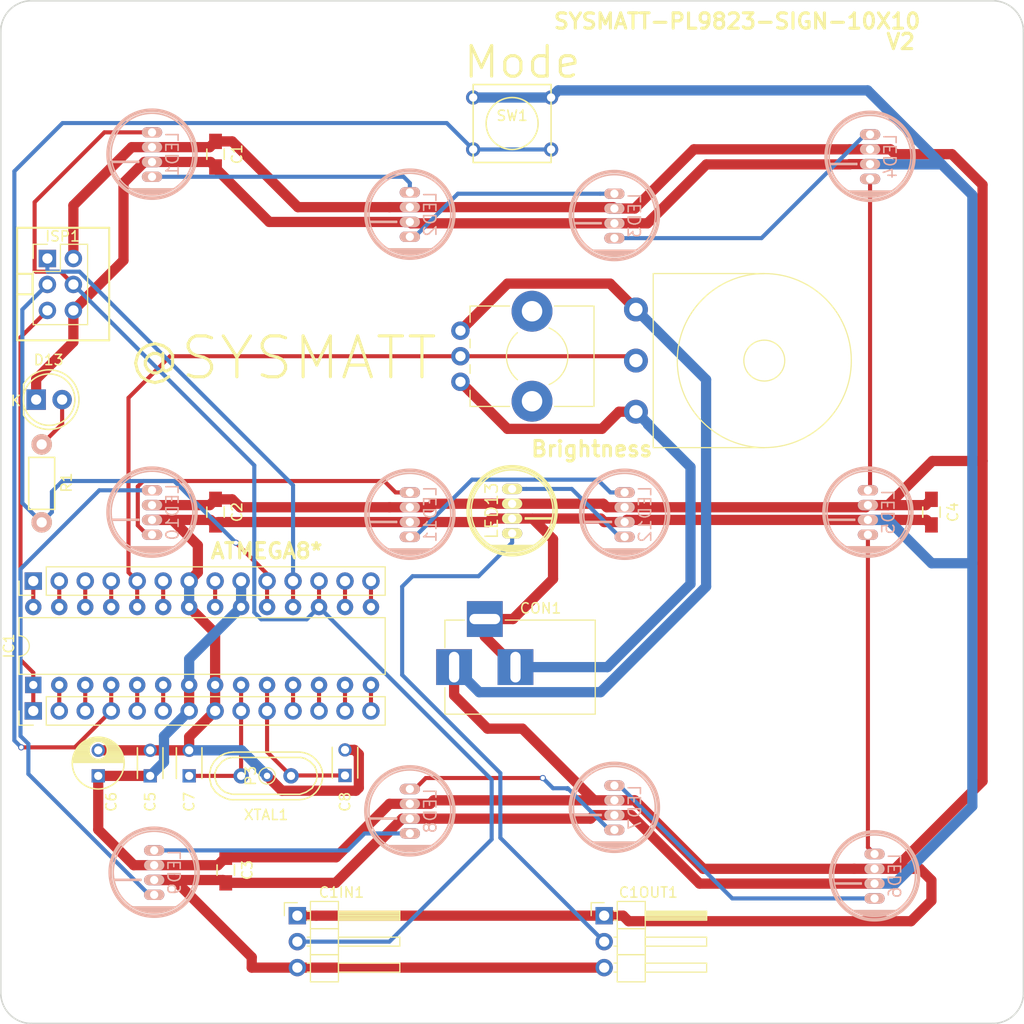
<source format=kicad_pcb>
(kicad_pcb (version 4) (host pcbnew 4.0.4-1.fc24-product)

  (general
    (links 116)
    (no_connects 5)
    (area 36.871429 38.525 143.128572 141.575)
    (thickness 1.6)
    (drawings 21)
    (tracks 348)
    (zones 0)
    (modules 39)
    (nets 41)
  )

  (page A4)
  (layers
    (0 F.Cu signal)
    (31 B.Cu signal)
    (32 B.Adhes user)
    (33 F.Adhes user)
    (34 B.Paste user)
    (35 F.Paste user)
    (36 B.SilkS user)
    (37 F.SilkS user)
    (38 B.Mask user)
    (39 F.Mask user)
    (40 Dwgs.User user)
    (41 Cmts.User user)
    (42 Eco1.User user)
    (43 Eco2.User user)
    (44 Edge.Cuts user)
    (45 Margin user)
    (46 B.CrtYd user)
    (47 F.CrtYd user)
    (48 B.Fab user)
    (49 F.Fab user)
  )

  (setup
    (last_trace_width 0.4)
    (trace_clearance 0.2)
    (zone_clearance 0.508)
    (zone_45_only no)
    (trace_min 0.2)
    (segment_width 0.2)
    (edge_width 0.15)
    (via_size 0.6)
    (via_drill 0.4)
    (via_min_size 0.4)
    (via_min_drill 0.3)
    (uvia_size 0.3)
    (uvia_drill 0.1)
    (uvias_allowed no)
    (uvia_min_size 0.2)
    (uvia_min_drill 0.1)
    (pcb_text_width 0.3)
    (pcb_text_size 1.5 1.5)
    (mod_edge_width 0.15)
    (mod_text_size 1 1)
    (mod_text_width 0.15)
    (pad_size 1.524 1.524)
    (pad_drill 0.762)
    (pad_to_mask_clearance 0.2)
    (aux_axis_origin 0 0)
    (visible_elements FFFFFF7F)
    (pcbplotparams
      (layerselection 0x010f0_80000001)
      (usegerberextensions true)
      (excludeedgelayer true)
      (linewidth 0.100000)
      (plotframeref false)
      (viasonmask false)
      (mode 1)
      (useauxorigin false)
      (hpglpennumber 1)
      (hpglpenspeed 20)
      (hpglpendiameter 15)
      (hpglpenoverlay 2)
      (psnegative false)
      (psa4output false)
      (plotreference true)
      (plotvalue false)
      (plotinvisibletext false)
      (padsonsilk false)
      (subtractmaskfromsilk false)
      (outputformat 1)
      (mirror false)
      (drillshape 0)
      (scaleselection 1)
      (outputdirectory GERBER/))
  )

  (net 0 "")
  (net 1 VCC)
  (net 2 GND)
  (net 3 /DIN)
  (net 4 /DOUT)
  (net 5 /SYSMATT-ATMEGA-ASP-BO/P9)
  (net 6 /SYSMATT-ATMEGA-ASP-BO/P10)
  (net 7 "Net-(D13-Pad2)")
  (net 8 /SYSMATT-ATMEGA-ASP-BO/P1)
  (net 9 /SYSMATT-ATMEGA-ASP-BO/P15)
  (net 10 /SYSMATT-ATMEGA-ASP-BO/ATMEGA_BUTTON_IN)
  (net 11 /SYSMATT-ATMEGA-ASP-BO/P16)
  (net 12 /SYSMATT-ATMEGA-ASP-BO/P3)
  (net 13 /SYSMATT-ATMEGA-ASP-BO/P18)
  (net 14 /SYSMATT-ATMEGA-ASP-BO/P5)
  (net 15 /SYSMATT-ATMEGA-ASP-BO/P19)
  (net 16 /SYSMATT-ATMEGA-ASP-BO/P6)
  (net 17 /SYSMATT-ATMEGA-ASP-BO/P21)
  (net 18 /SYSMATT-ATMEGA-ASP-BO/P23)
  (net 19 /SYSMATT-ATMEGA-ASP-BO/P11)
  (net 20 /SYSMATT-ATMEGA-ASP-BO/P25)
  (net 21 /SYSMATT-ATMEGA-ASP-BO/P12)
  (net 22 /SYSMATT-ATMEGA-ASP-BO/P26)
  (net 23 /SYSMATT-ATMEGA-ASP-BO/P13)
  (net 24 /SYSMATT-ATMEGA-ASP-BO/P27)
  (net 25 /SYSMATT-ATMEGA-ASP-BO/P14)
  (net 26 /SYSMATT-ATMEGA-ASP-BO/P28)
  (net 27 "Net-(LED1-Pad4)")
  (net 28 "Net-(LED2-Pad4)")
  (net 29 "Net-(LED3-Pad4)")
  (net 30 "Net-(LED4-Pad4)")
  (net 31 "Net-(LED5-Pad4)")
  (net 32 "Net-(LED6-Pad4)")
  (net 33 "Net-(LED7-Pad4)")
  (net 34 "Net-(LED8-Pad4)")
  (net 35 "Net-(LED10-Pad1)")
  (net 36 "Net-(LED10-Pad4)")
  (net 37 "Net-(LED11-Pad4)")
  (net 38 "Net-(LED12-Pad4)")
  (net 39 /SYSMATT-ATMEGA-ASP-BO/P2)
  (net 40 /SYSMATT-ATMEGA-ASP-BO/ATMEGA_ANALOG_POT)

  (net_class Default "This is the default net class."
    (clearance 0.2)
    (trace_width 0.4)
    (via_dia 0.6)
    (via_drill 0.4)
    (uvia_dia 0.3)
    (uvia_drill 0.1)
    (add_net /DIN)
    (add_net /DOUT)
    (add_net /SYSMATT-ATMEGA-ASP-BO/ATMEGA_ANALOG_POT)
    (add_net /SYSMATT-ATMEGA-ASP-BO/ATMEGA_BUTTON_IN)
    (add_net /SYSMATT-ATMEGA-ASP-BO/P1)
    (add_net /SYSMATT-ATMEGA-ASP-BO/P10)
    (add_net /SYSMATT-ATMEGA-ASP-BO/P11)
    (add_net /SYSMATT-ATMEGA-ASP-BO/P12)
    (add_net /SYSMATT-ATMEGA-ASP-BO/P13)
    (add_net /SYSMATT-ATMEGA-ASP-BO/P14)
    (add_net /SYSMATT-ATMEGA-ASP-BO/P15)
    (add_net /SYSMATT-ATMEGA-ASP-BO/P16)
    (add_net /SYSMATT-ATMEGA-ASP-BO/P18)
    (add_net /SYSMATT-ATMEGA-ASP-BO/P19)
    (add_net /SYSMATT-ATMEGA-ASP-BO/P2)
    (add_net /SYSMATT-ATMEGA-ASP-BO/P21)
    (add_net /SYSMATT-ATMEGA-ASP-BO/P23)
    (add_net /SYSMATT-ATMEGA-ASP-BO/P25)
    (add_net /SYSMATT-ATMEGA-ASP-BO/P26)
    (add_net /SYSMATT-ATMEGA-ASP-BO/P27)
    (add_net /SYSMATT-ATMEGA-ASP-BO/P28)
    (add_net /SYSMATT-ATMEGA-ASP-BO/P3)
    (add_net /SYSMATT-ATMEGA-ASP-BO/P5)
    (add_net /SYSMATT-ATMEGA-ASP-BO/P6)
    (add_net /SYSMATT-ATMEGA-ASP-BO/P9)
    (add_net "Net-(D13-Pad2)")
    (add_net "Net-(LED1-Pad4)")
    (add_net "Net-(LED10-Pad1)")
    (add_net "Net-(LED10-Pad4)")
    (add_net "Net-(LED11-Pad4)")
    (add_net "Net-(LED12-Pad4)")
    (add_net "Net-(LED2-Pad4)")
    (add_net "Net-(LED3-Pad4)")
    (add_net "Net-(LED4-Pad4)")
    (add_net "Net-(LED5-Pad4)")
    (add_net "Net-(LED6-Pad4)")
    (add_net "Net-(LED7-Pad4)")
    (add_net "Net-(LED8-Pad4)")
  )

  (net_class POWER ""
    (clearance 0.2)
    (trace_width 1)
    (via_dia 0.6)
    (via_drill 0.4)
    (uvia_dia 0.3)
    (uvia_drill 0.1)
    (add_net GND)
    (add_net VCC)
  )

  (module Mounting_Holes:MountingHole_4.5mm (layer F.Cu) (tedit 5866DA75) (tstamp 5866C922)
    (at 45 135)
    (descr "Mounting Hole 4.5mm, no annular")
    (tags "mounting hole 4.5mm no annular")
    (fp_text reference REF** (at 0 -5.5) (layer F.SilkS) hide
      (effects (font (size 1 1) (thickness 0.15)))
    )
    (fp_text value MountingHole_4.5mm (at 0 5.5) (layer F.Fab) hide
      (effects (font (size 1 1) (thickness 0.15)))
    )
    (fp_circle (center 0 0) (end 4.5 0) (layer Cmts.User) (width 0.15))
    (fp_circle (center 0 0) (end 4.75 0) (layer F.CrtYd) (width 0.05))
    (pad 1 np_thru_hole circle (at 0 0) (size 4.5 4.5) (drill 4.5) (layers *.Cu *.Mask))
  )

  (module Mounting_Holes:MountingHole_4.5mm (layer F.Cu) (tedit 5866DA62) (tstamp 5866C917)
    (at 135 135)
    (descr "Mounting Hole 4.5mm, no annular")
    (tags "mounting hole 4.5mm no annular")
    (fp_text reference REF** (at 0 -5.5) (layer F.SilkS) hide
      (effects (font (size 1 1) (thickness 0.15)))
    )
    (fp_text value MountingHole_4.5mm (at 0 5.5) (layer F.Fab) hide
      (effects (font (size 1 1) (thickness 0.15)))
    )
    (fp_circle (center 0 0) (end 4.5 0) (layer Cmts.User) (width 0.15))
    (fp_circle (center 0 0) (end 4.75 0) (layer F.CrtYd) (width 0.05))
    (pad 1 np_thru_hole circle (at 0 0) (size 4.5 4.5) (drill 4.5) (layers *.Cu *.Mask))
  )

  (module Mounting_Holes:MountingHole_4.5mm (layer F.Cu) (tedit 5866DA5C) (tstamp 5866C90F)
    (at 135 45)
    (descr "Mounting Hole 4.5mm, no annular")
    (tags "mounting hole 4.5mm no annular")
    (fp_text reference REF** (at 0 -5.5) (layer F.SilkS) hide
      (effects (font (size 1 1) (thickness 0.15)))
    )
    (fp_text value MountingHole_4.5mm (at 0 5.5) (layer F.Fab) hide
      (effects (font (size 1 1) (thickness 0.15)))
    )
    (fp_circle (center 0 0) (end 4.5 0) (layer Cmts.User) (width 0.15))
    (fp_circle (center 0 0) (end 4.75 0) (layer F.CrtYd) (width 0.05))
    (pad 1 np_thru_hole circle (at 0 0) (size 4.5 4.5) (drill 4.5) (layers *.Cu *.Mask))
  )

  (module Capacitors_ThroughHole:C_Disc_D3_P2.5 (layer F.Cu) (tedit 0) (tstamp 5866C1CB)
    (at 54.61 115.79 90)
    (descr "Capacitor 3mm Disc, Pitch 2.5mm")
    (tags Capacitor)
    (path /5866C2AE/583B3C50)
    (fp_text reference C5 (at -2.54 0 90) (layer F.SilkS)
      (effects (font (size 1 1) (thickness 0.15)))
    )
    (fp_text value C (at 1.25 2.5 90) (layer F.Fab)
      (effects (font (size 1 1) (thickness 0.15)))
    )
    (fp_line (start -0.9 -1.5) (end 3.4 -1.5) (layer F.CrtYd) (width 0.05))
    (fp_line (start 3.4 -1.5) (end 3.4 1.5) (layer F.CrtYd) (width 0.05))
    (fp_line (start 3.4 1.5) (end -0.9 1.5) (layer F.CrtYd) (width 0.05))
    (fp_line (start -0.9 1.5) (end -0.9 -1.5) (layer F.CrtYd) (width 0.05))
    (fp_line (start -0.25 -1.25) (end 2.75 -1.25) (layer F.SilkS) (width 0.15))
    (fp_line (start 2.75 1.25) (end -0.25 1.25) (layer F.SilkS) (width 0.15))
    (pad 1 thru_hole rect (at 0 0 90) (size 1.3 1.3) (drill 0.8) (layers *.Cu *.Mask)
      (net 1 VCC))
    (pad 2 thru_hole circle (at 2.5 0 90) (size 1.3 1.3) (drill 0.8001) (layers *.Cu *.Mask)
      (net 2 GND))
    (model Capacitors_ThroughHole.3dshapes/C_Disc_D3_P2.5.wrl
      (at (xyz 0.0492126 0 0))
      (scale (xyz 1 1 1))
      (rotate (xyz 0 0 0))
    )
  )

  (module Capacitors_ThroughHole:C_Radial_D5_L6_P2.5 (layer F.Cu) (tedit 0) (tstamp 5866C1D1)
    (at 49.53 115.79 90)
    (descr "Radial Electrolytic Capacitor Diameter 5mm x Length 6mm, Pitch 2.5mm")
    (tags "Electrolytic Capacitor")
    (path /5866C2AE/583B3CBF)
    (fp_text reference C6 (at -2.54 1.27 90) (layer F.SilkS)
      (effects (font (size 1 1) (thickness 0.15)))
    )
    (fp_text value CP1 (at 1.25 3.8 90) (layer F.Fab)
      (effects (font (size 1 1) (thickness 0.15)))
    )
    (fp_line (start 1.325 -2.499) (end 1.325 2.499) (layer F.SilkS) (width 0.15))
    (fp_line (start 1.465 -2.491) (end 1.465 2.491) (layer F.SilkS) (width 0.15))
    (fp_line (start 1.605 -2.475) (end 1.605 -0.095) (layer F.SilkS) (width 0.15))
    (fp_line (start 1.605 0.095) (end 1.605 2.475) (layer F.SilkS) (width 0.15))
    (fp_line (start 1.745 -2.451) (end 1.745 -0.49) (layer F.SilkS) (width 0.15))
    (fp_line (start 1.745 0.49) (end 1.745 2.451) (layer F.SilkS) (width 0.15))
    (fp_line (start 1.885 -2.418) (end 1.885 -0.657) (layer F.SilkS) (width 0.15))
    (fp_line (start 1.885 0.657) (end 1.885 2.418) (layer F.SilkS) (width 0.15))
    (fp_line (start 2.025 -2.377) (end 2.025 -0.764) (layer F.SilkS) (width 0.15))
    (fp_line (start 2.025 0.764) (end 2.025 2.377) (layer F.SilkS) (width 0.15))
    (fp_line (start 2.165 -2.327) (end 2.165 -0.835) (layer F.SilkS) (width 0.15))
    (fp_line (start 2.165 0.835) (end 2.165 2.327) (layer F.SilkS) (width 0.15))
    (fp_line (start 2.305 -2.266) (end 2.305 -0.879) (layer F.SilkS) (width 0.15))
    (fp_line (start 2.305 0.879) (end 2.305 2.266) (layer F.SilkS) (width 0.15))
    (fp_line (start 2.445 -2.196) (end 2.445 -0.898) (layer F.SilkS) (width 0.15))
    (fp_line (start 2.445 0.898) (end 2.445 2.196) (layer F.SilkS) (width 0.15))
    (fp_line (start 2.585 -2.114) (end 2.585 -0.896) (layer F.SilkS) (width 0.15))
    (fp_line (start 2.585 0.896) (end 2.585 2.114) (layer F.SilkS) (width 0.15))
    (fp_line (start 2.725 -2.019) (end 2.725 -0.871) (layer F.SilkS) (width 0.15))
    (fp_line (start 2.725 0.871) (end 2.725 2.019) (layer F.SilkS) (width 0.15))
    (fp_line (start 2.865 -1.908) (end 2.865 -0.823) (layer F.SilkS) (width 0.15))
    (fp_line (start 2.865 0.823) (end 2.865 1.908) (layer F.SilkS) (width 0.15))
    (fp_line (start 3.005 -1.78) (end 3.005 -0.745) (layer F.SilkS) (width 0.15))
    (fp_line (start 3.005 0.745) (end 3.005 1.78) (layer F.SilkS) (width 0.15))
    (fp_line (start 3.145 -1.631) (end 3.145 -0.628) (layer F.SilkS) (width 0.15))
    (fp_line (start 3.145 0.628) (end 3.145 1.631) (layer F.SilkS) (width 0.15))
    (fp_line (start 3.285 -1.452) (end 3.285 -0.44) (layer F.SilkS) (width 0.15))
    (fp_line (start 3.285 0.44) (end 3.285 1.452) (layer F.SilkS) (width 0.15))
    (fp_line (start 3.425 -1.233) (end 3.425 1.233) (layer F.SilkS) (width 0.15))
    (fp_line (start 3.565 -0.944) (end 3.565 0.944) (layer F.SilkS) (width 0.15))
    (fp_line (start 3.705 -0.472) (end 3.705 0.472) (layer F.SilkS) (width 0.15))
    (fp_circle (center 2.5 0) (end 2.5 -0.9) (layer F.SilkS) (width 0.15))
    (fp_circle (center 1.25 0) (end 1.25 -2.5375) (layer F.SilkS) (width 0.15))
    (fp_circle (center 1.25 0) (end 1.25 -2.8) (layer F.CrtYd) (width 0.05))
    (pad 1 thru_hole rect (at 0 0 90) (size 1.3 1.3) (drill 0.8) (layers *.Cu *.Mask)
      (net 1 VCC))
    (pad 2 thru_hole circle (at 2.5 0 90) (size 1.3 1.3) (drill 0.8) (layers *.Cu *.Mask)
      (net 2 GND))
    (model Capacitors_ThroughHole.3dshapes/C_Radial_D5_L6_P2.5.wrl
      (at (xyz 0.0492126 0 0))
      (scale (xyz 1 1 1))
      (rotate (xyz 0 0 90))
    )
  )

  (module Capacitors_ThroughHole:C_Disc_D3_P2.5 (layer F.Cu) (tedit 0) (tstamp 5866C1D7)
    (at 58.42 115.79 90)
    (descr "Capacitor 3mm Disc, Pitch 2.5mm")
    (tags Capacitor)
    (path /5866C2AE/583B415F)
    (fp_text reference C7 (at -2.54 0 90) (layer F.SilkS)
      (effects (font (size 1 1) (thickness 0.15)))
    )
    (fp_text value C (at 1.25 2.5 90) (layer F.Fab)
      (effects (font (size 1 1) (thickness 0.15)))
    )
    (fp_line (start -0.9 -1.5) (end 3.4 -1.5) (layer F.CrtYd) (width 0.05))
    (fp_line (start 3.4 -1.5) (end 3.4 1.5) (layer F.CrtYd) (width 0.05))
    (fp_line (start 3.4 1.5) (end -0.9 1.5) (layer F.CrtYd) (width 0.05))
    (fp_line (start -0.9 1.5) (end -0.9 -1.5) (layer F.CrtYd) (width 0.05))
    (fp_line (start -0.25 -1.25) (end 2.75 -1.25) (layer F.SilkS) (width 0.15))
    (fp_line (start 2.75 1.25) (end -0.25 1.25) (layer F.SilkS) (width 0.15))
    (pad 1 thru_hole rect (at 0 0 90) (size 1.3 1.3) (drill 0.8) (layers *.Cu *.Mask)
      (net 5 /SYSMATT-ATMEGA-ASP-BO/P9))
    (pad 2 thru_hole circle (at 2.5 0 90) (size 1.3 1.3) (drill 0.8001) (layers *.Cu *.Mask)
      (net 2 GND))
    (model Capacitors_ThroughHole.3dshapes/C_Disc_D3_P2.5.wrl
      (at (xyz 0.0492126 0 0))
      (scale (xyz 1 1 1))
      (rotate (xyz 0 0 0))
    )
  )

  (module Capacitors_ThroughHole:C_Disc_D3_P2.5 (layer F.Cu) (tedit 0) (tstamp 5866C1DD)
    (at 73.66 115.75 90)
    (descr "Capacitor 3mm Disc, Pitch 2.5mm")
    (tags Capacitor)
    (path /5866C2AE/583B41B4)
    (fp_text reference C8 (at -2.58 0 90) (layer F.SilkS)
      (effects (font (size 1 1) (thickness 0.15)))
    )
    (fp_text value C (at 1.25 2.5 90) (layer F.Fab)
      (effects (font (size 1 1) (thickness 0.15)))
    )
    (fp_line (start -0.9 -1.5) (end 3.4 -1.5) (layer F.CrtYd) (width 0.05))
    (fp_line (start 3.4 -1.5) (end 3.4 1.5) (layer F.CrtYd) (width 0.05))
    (fp_line (start 3.4 1.5) (end -0.9 1.5) (layer F.CrtYd) (width 0.05))
    (fp_line (start -0.9 1.5) (end -0.9 -1.5) (layer F.CrtYd) (width 0.05))
    (fp_line (start -0.25 -1.25) (end 2.75 -1.25) (layer F.SilkS) (width 0.15))
    (fp_line (start 2.75 1.25) (end -0.25 1.25) (layer F.SilkS) (width 0.15))
    (pad 1 thru_hole rect (at 0 0 90) (size 1.3 1.3) (drill 0.8) (layers *.Cu *.Mask)
      (net 6 /SYSMATT-ATMEGA-ASP-BO/P10))
    (pad 2 thru_hole circle (at 2.5 0 90) (size 1.3 1.3) (drill 0.8001) (layers *.Cu *.Mask)
      (net 2 GND))
    (model Capacitors_ThroughHole.3dshapes/C_Disc_D3_P2.5.wrl
      (at (xyz 0.0492126 0 0))
      (scale (xyz 1 1 1))
      (rotate (xyz 0 0 0))
    )
  )

  (module LEDs:LED-5MM (layer F.Cu) (tedit 5867337D) (tstamp 5866C1EA)
    (at 43.46 79)
    (descr "LED 5mm round vertical")
    (tags "LED 5mm round vertical")
    (path /5866C2AE/583B3F36)
    (fp_text reference D13 (at 1.215 -3.88) (layer F.SilkS)
      (effects (font (size 1 1) (thickness 0.15)))
    )
    (fp_text value LED (at 1.524 -3.937) (layer F.Fab) hide
      (effects (font (size 1 1) (thickness 0.15)))
    )
    (fp_line (start -1.5 -1.55) (end -1.5 1.55) (layer F.CrtYd) (width 0.05))
    (fp_arc (start 1.3 0) (end -1.5 1.55) (angle -302) (layer F.CrtYd) (width 0.05))
    (fp_arc (start 1.27 0) (end -1.23 -1.5) (angle 297.5) (layer F.SilkS) (width 0.15))
    (fp_line (start -1.23 1.5) (end -1.23 -1.5) (layer F.SilkS) (width 0.15))
    (fp_circle (center 1.27 0) (end 0.97 -2.5) (layer F.SilkS) (width 0.15))
    (fp_text user K (at -1.985 0.12) (layer F.SilkS)
      (effects (font (size 1 1) (thickness 0.15)))
    )
    (pad 1 thru_hole rect (at 0 0 90) (size 2 1.9) (drill 1.00076) (layers *.Cu *.Mask)
      (net 2 GND))
    (pad 2 thru_hole circle (at 2.54 0) (size 1.9 1.9) (drill 1.00076) (layers *.Cu *.Mask)
      (net 7 "Net-(D13-Pad2)"))
    (model LEDs.3dshapes/LED-5MM.wrl
      (at (xyz 0.05 0 0))
      (scale (xyz 1 1 1))
      (rotate (xyz 0 0 90))
    )
  )

  (module Housings_DIP:DIP-28_W7.62mm (layer F.Cu) (tedit 586281B5) (tstamp 5866C212)
    (at 43.18 106.9 90)
    (descr "28-lead dip package, row spacing 7.62 mm (300 mils)")
    (tags "DIL DIP PDIP 2.54mm 7.62mm 300mil")
    (path /5866C2AE/583B2F88)
    (fp_text reference IC1 (at 3.81 -2.39 90) (layer F.SilkS)
      (effects (font (size 1 1) (thickness 0.15)))
    )
    (fp_text value ATMEGA8-P (at 3.81 35.41 90) (layer F.Fab)
      (effects (font (size 1 1) (thickness 0.15)))
    )
    (fp_arc (start 3.81 -1.39) (end 2.81 -1.39) (angle -180) (layer F.SilkS) (width 0.12))
    (fp_line (start 1.635 -1.27) (end 6.985 -1.27) (layer F.Fab) (width 0.1))
    (fp_line (start 6.985 -1.27) (end 6.985 34.29) (layer F.Fab) (width 0.1))
    (fp_line (start 6.985 34.29) (end 0.635 34.29) (layer F.Fab) (width 0.1))
    (fp_line (start 0.635 34.29) (end 0.635 -0.27) (layer F.Fab) (width 0.1))
    (fp_line (start 0.635 -0.27) (end 1.635 -1.27) (layer F.Fab) (width 0.1))
    (fp_line (start 2.81 -1.39) (end 1.04 -1.39) (layer F.SilkS) (width 0.12))
    (fp_line (start 1.04 -1.39) (end 1.04 34.41) (layer F.SilkS) (width 0.12))
    (fp_line (start 1.04 34.41) (end 6.58 34.41) (layer F.SilkS) (width 0.12))
    (fp_line (start 6.58 34.41) (end 6.58 -1.39) (layer F.SilkS) (width 0.12))
    (fp_line (start 6.58 -1.39) (end 4.81 -1.39) (layer F.SilkS) (width 0.12))
    (fp_line (start -1.1 -1.6) (end -1.1 34.6) (layer F.CrtYd) (width 0.05))
    (fp_line (start -1.1 34.6) (end 8.7 34.6) (layer F.CrtYd) (width 0.05))
    (fp_line (start 8.7 34.6) (end 8.7 -1.6) (layer F.CrtYd) (width 0.05))
    (fp_line (start 8.7 -1.6) (end -1.1 -1.6) (layer F.CrtYd) (width 0.05))
    (pad 1 thru_hole rect (at 0 0 90) (size 1.6 1.6) (drill 0.8) (layers *.Cu *.Mask)
      (net 8 /SYSMATT-ATMEGA-ASP-BO/P1))
    (pad 15 thru_hole oval (at 7.62 33.02 90) (size 1.6 1.6) (drill 0.8) (layers *.Cu *.Mask)
      (net 9 /SYSMATT-ATMEGA-ASP-BO/P15))
    (pad 2 thru_hole oval (at 0 2.54 90) (size 1.6 1.6) (drill 0.8) (layers *.Cu *.Mask)
      (net 39 /SYSMATT-ATMEGA-ASP-BO/P2))
    (pad 16 thru_hole oval (at 7.62 30.48 90) (size 1.6 1.6) (drill 0.8) (layers *.Cu *.Mask)
      (net 11 /SYSMATT-ATMEGA-ASP-BO/P16))
    (pad 3 thru_hole oval (at 0 5.08 90) (size 1.6 1.6) (drill 0.8) (layers *.Cu *.Mask)
      (net 12 /SYSMATT-ATMEGA-ASP-BO/P3))
    (pad 17 thru_hole oval (at 7.62 27.94 90) (size 1.6 1.6) (drill 0.8) (layers *.Cu *.Mask)
      (net 3 /DIN))
    (pad 4 thru_hole oval (at 0 7.62 90) (size 1.6 1.6) (drill 0.8) (layers *.Cu *.Mask)
      (net 10 /SYSMATT-ATMEGA-ASP-BO/ATMEGA_BUTTON_IN))
    (pad 18 thru_hole oval (at 7.62 25.4 90) (size 1.6 1.6) (drill 0.8) (layers *.Cu *.Mask)
      (net 13 /SYSMATT-ATMEGA-ASP-BO/P18))
    (pad 5 thru_hole oval (at 0 10.16 90) (size 1.6 1.6) (drill 0.8) (layers *.Cu *.Mask)
      (net 14 /SYSMATT-ATMEGA-ASP-BO/P5))
    (pad 19 thru_hole oval (at 7.62 22.86 90) (size 1.6 1.6) (drill 0.8) (layers *.Cu *.Mask)
      (net 15 /SYSMATT-ATMEGA-ASP-BO/P19))
    (pad 6 thru_hole oval (at 0 12.7 90) (size 1.6 1.6) (drill 0.8) (layers *.Cu *.Mask)
      (net 16 /SYSMATT-ATMEGA-ASP-BO/P6))
    (pad 20 thru_hole oval (at 7.62 20.32 90) (size 1.6 1.6) (drill 0.8) (layers *.Cu *.Mask)
      (net 1 VCC))
    (pad 7 thru_hole oval (at 0 15.24 90) (size 1.6 1.6) (drill 0.8) (layers *.Cu *.Mask)
      (net 1 VCC))
    (pad 21 thru_hole oval (at 7.62 17.78 90) (size 1.6 1.6) (drill 0.8) (layers *.Cu *.Mask)
      (net 17 /SYSMATT-ATMEGA-ASP-BO/P21))
    (pad 8 thru_hole oval (at 0 17.78 90) (size 1.6 1.6) (drill 0.8) (layers *.Cu *.Mask)
      (net 2 GND))
    (pad 22 thru_hole oval (at 7.62 15.24 90) (size 1.6 1.6) (drill 0.8) (layers *.Cu *.Mask)
      (net 2 GND))
    (pad 9 thru_hole oval (at 0 20.32 90) (size 1.6 1.6) (drill 0.8) (layers *.Cu *.Mask)
      (net 5 /SYSMATT-ATMEGA-ASP-BO/P9))
    (pad 23 thru_hole oval (at 7.62 12.7 90) (size 1.6 1.6) (drill 0.8) (layers *.Cu *.Mask)
      (net 18 /SYSMATT-ATMEGA-ASP-BO/P23))
    (pad 10 thru_hole oval (at 0 22.86 90) (size 1.6 1.6) (drill 0.8) (layers *.Cu *.Mask)
      (net 6 /SYSMATT-ATMEGA-ASP-BO/P10))
    (pad 24 thru_hole oval (at 7.62 10.16 90) (size 1.6 1.6) (drill 0.8) (layers *.Cu *.Mask)
      (net 40 /SYSMATT-ATMEGA-ASP-BO/ATMEGA_ANALOG_POT))
    (pad 11 thru_hole oval (at 0 25.4 90) (size 1.6 1.6) (drill 0.8) (layers *.Cu *.Mask)
      (net 19 /SYSMATT-ATMEGA-ASP-BO/P11))
    (pad 25 thru_hole oval (at 7.62 7.62 90) (size 1.6 1.6) (drill 0.8) (layers *.Cu *.Mask)
      (net 20 /SYSMATT-ATMEGA-ASP-BO/P25))
    (pad 12 thru_hole oval (at 0 27.94 90) (size 1.6 1.6) (drill 0.8) (layers *.Cu *.Mask)
      (net 21 /SYSMATT-ATMEGA-ASP-BO/P12))
    (pad 26 thru_hole oval (at 7.62 5.08 90) (size 1.6 1.6) (drill 0.8) (layers *.Cu *.Mask)
      (net 22 /SYSMATT-ATMEGA-ASP-BO/P26))
    (pad 13 thru_hole oval (at 0 30.48 90) (size 1.6 1.6) (drill 0.8) (layers *.Cu *.Mask)
      (net 23 /SYSMATT-ATMEGA-ASP-BO/P13))
    (pad 27 thru_hole oval (at 7.62 2.54 90) (size 1.6 1.6) (drill 0.8) (layers *.Cu *.Mask)
      (net 24 /SYSMATT-ATMEGA-ASP-BO/P27))
    (pad 14 thru_hole oval (at 0 33.02 90) (size 1.6 1.6) (drill 0.8) (layers *.Cu *.Mask)
      (net 25 /SYSMATT-ATMEGA-ASP-BO/P14))
    (pad 28 thru_hole oval (at 7.62 0 90) (size 1.6 1.6) (drill 0.8) (layers *.Cu *.Mask)
      (net 26 /SYSMATT-ATMEGA-ASP-BO/P28))
    (model Housings_DIP.3dshapes/DIP-28_W7.62mm.wrl
      (at (xyz 0 0 0))
      (scale (xyz 1 1 1))
      (rotate (xyz 0 0 0))
    )
  )

  (module SYSMATT-LIB-NEW:Pin_Header_Straight_2x03_Pitch2.54mm (layer F.Cu) (tedit 5866C52F) (tstamp 5866C21C)
    (at 44.559999 65.199999)
    (descr "Through hole straight pin header, 2x03, 2.54mm pitch, double rows")
    (tags "Through hole pin header THT 2x03 2.54mm double row")
    (path /5866C2AE/583B326C)
    (fp_text reference ISP1 (at 1.48 -2.17) (layer F.SilkS)
      (effects (font (size 1 1) (thickness 0.15)))
    )
    (fp_text value CONN_02X03 (at 1.27 7.47) (layer F.Fab) hide
      (effects (font (size 1 1) (thickness 0.15)))
    )
    (fp_line (start -1.27 -1.27) (end -1.27 6.35) (layer F.Fab) (width 0.1))
    (fp_line (start -1.27 6.35) (end 3.81 6.35) (layer F.Fab) (width 0.1))
    (fp_line (start 3.81 6.35) (end 3.81 -1.27) (layer F.Fab) (width 0.1))
    (fp_line (start 3.81 -1.27) (end -1.27 -1.27) (layer F.Fab) (width 0.1))
    (fp_line (start -1.39 1.27) (end -1.39 6.47) (layer F.SilkS) (width 0.12))
    (fp_line (start -1.39 6.47) (end 3.93 6.47) (layer F.SilkS) (width 0.12))
    (fp_line (start 3.93 6.47) (end 3.93 -1.39) (layer F.SilkS) (width 0.12))
    (fp_line (start 3.93 -1.39) (end 1.27 -1.39) (layer F.SilkS) (width 0.12))
    (fp_line (start 1.27 -1.39) (end 1.27 1.27) (layer F.SilkS) (width 0.12))
    (fp_line (start 1.27 1.27) (end -1.39 1.27) (layer F.SilkS) (width 0.12))
    (fp_line (start -1.39 0) (end -1.39 -1.39) (layer F.SilkS) (width 0.12))
    (fp_line (start -1.39 -1.39) (end 0 -1.39) (layer F.SilkS) (width 0.12))
    (fp_line (start -1.6 -1.6) (end -1.6 6.6) (layer F.CrtYd) (width 0.05))
    (fp_line (start -1.6 6.6) (end 4.1 6.6) (layer F.CrtYd) (width 0.05))
    (fp_line (start 4.1 6.6) (end 4.1 -1.6) (layer F.CrtYd) (width 0.05))
    (fp_line (start 4.1 -1.6) (end -1.6 -1.6) (layer F.CrtYd) (width 0.05))
    (pad 1 thru_hole rect (at 0 0) (size 1.7 1.7) (drill 1) (layers *.Cu *.Mask)
      (net 13 /SYSMATT-ATMEGA-ASP-BO/P18))
    (pad 2 thru_hole oval (at 2.54 0) (size 1.7 1.7) (drill 1) (layers *.Cu *.Mask)
      (net 1 VCC))
    (pad 3 thru_hole oval (at 0 2.54) (size 1.7 1.7) (drill 1) (layers *.Cu *.Mask)
      (net 15 /SYSMATT-ATMEGA-ASP-BO/P19))
    (pad 4 thru_hole oval (at 2.54 2.54) (size 1.7 1.7) (drill 1) (layers *.Cu *.Mask)
      (net 3 /DIN))
    (pad 5 thru_hole oval (at 0 5.08) (size 1.7 1.7) (drill 1) (layers *.Cu *.Mask)
      (net 8 /SYSMATT-ATMEGA-ASP-BO/P1))
    (pad 6 thru_hole oval (at 2.54 5.08) (size 1.7 1.7) (drill 1) (layers *.Cu *.Mask)
      (net 2 GND))
    (model Pin_Headers.3dshapes/Pin_Header_Straight_2x03_Pitch2.54mm.wrl
      (at (xyz 0.05 -0.1 0))
      (scale (xyz 1 1 1))
      (rotate (xyz 0 0 90))
    )
  )

  (module SYSMATT-LIB-NEW:Pin_Header_Straight_1x14_Pitch2.54mm (layer F.Cu) (tedit 5866C52A) (tstamp 5866C296)
    (at 43.18 109.44 90)
    (descr "Through hole straight pin header, 1x14, 2.54mm pitch, single row")
    (tags "Through hole pin header THT 1x14 2.54mm single row")
    (path /5866C2AE/583B3037)
    (fp_text reference P1 (at 0 -2.39 90) (layer F.SilkS) hide
      (effects (font (size 1 1) (thickness 0.15)))
    )
    (fp_text value CONN_01X14 (at 0 35.41 90) (layer F.Fab) hide
      (effects (font (size 1 1) (thickness 0.15)))
    )
    (fp_line (start -1.27 -1.27) (end -1.27 34.29) (layer F.Fab) (width 0.1))
    (fp_line (start -1.27 34.29) (end 1.27 34.29) (layer F.Fab) (width 0.1))
    (fp_line (start 1.27 34.29) (end 1.27 -1.27) (layer F.Fab) (width 0.1))
    (fp_line (start 1.27 -1.27) (end -1.27 -1.27) (layer F.Fab) (width 0.1))
    (fp_line (start -1.39 1.27) (end -1.39 34.41) (layer F.SilkS) (width 0.12))
    (fp_line (start -1.39 34.41) (end 1.39 34.41) (layer F.SilkS) (width 0.12))
    (fp_line (start 1.39 34.41) (end 1.39 1.27) (layer F.SilkS) (width 0.12))
    (fp_line (start 1.39 1.27) (end -1.39 1.27) (layer F.SilkS) (width 0.12))
    (fp_line (start -1.39 0) (end -1.39 -1.39) (layer F.SilkS) (width 0.12))
    (fp_line (start -1.39 -1.39) (end 0 -1.39) (layer F.SilkS) (width 0.12))
    (fp_line (start -1.6 -1.6) (end -1.6 34.6) (layer F.CrtYd) (width 0.05))
    (fp_line (start -1.6 34.6) (end 1.6 34.6) (layer F.CrtYd) (width 0.05))
    (fp_line (start 1.6 34.6) (end 1.6 -1.6) (layer F.CrtYd) (width 0.05))
    (fp_line (start 1.6 -1.6) (end -1.6 -1.6) (layer F.CrtYd) (width 0.05))
    (pad 1 thru_hole rect (at 0 0 90) (size 1.7 1.7) (drill 1) (layers *.Cu *.Mask)
      (net 8 /SYSMATT-ATMEGA-ASP-BO/P1))
    (pad 2 thru_hole oval (at 0 2.54 90) (size 1.7 1.7) (drill 1) (layers *.Cu *.Mask)
      (net 39 /SYSMATT-ATMEGA-ASP-BO/P2))
    (pad 3 thru_hole oval (at 0 5.08 90) (size 1.7 1.7) (drill 1) (layers *.Cu *.Mask)
      (net 12 /SYSMATT-ATMEGA-ASP-BO/P3))
    (pad 4 thru_hole oval (at 0 7.62 90) (size 1.7 1.7) (drill 1) (layers *.Cu *.Mask)
      (net 10 /SYSMATT-ATMEGA-ASP-BO/ATMEGA_BUTTON_IN))
    (pad 5 thru_hole oval (at 0 10.16 90) (size 1.7 1.7) (drill 1) (layers *.Cu *.Mask)
      (net 14 /SYSMATT-ATMEGA-ASP-BO/P5))
    (pad 6 thru_hole oval (at 0 12.7 90) (size 1.7 1.7) (drill 1) (layers *.Cu *.Mask)
      (net 16 /SYSMATT-ATMEGA-ASP-BO/P6))
    (pad 7 thru_hole oval (at 0 15.24 90) (size 1.7 1.7) (drill 1) (layers *.Cu *.Mask)
      (net 1 VCC))
    (pad 8 thru_hole oval (at 0 17.78 90) (size 1.7 1.7) (drill 1) (layers *.Cu *.Mask)
      (net 2 GND))
    (pad 9 thru_hole oval (at 0 20.32 90) (size 1.7 1.7) (drill 1) (layers *.Cu *.Mask)
      (net 5 /SYSMATT-ATMEGA-ASP-BO/P9))
    (pad 10 thru_hole oval (at 0 22.86 90) (size 1.7 1.7) (drill 1) (layers *.Cu *.Mask)
      (net 6 /SYSMATT-ATMEGA-ASP-BO/P10))
    (pad 11 thru_hole oval (at 0 25.4 90) (size 1.7 1.7) (drill 1) (layers *.Cu *.Mask)
      (net 19 /SYSMATT-ATMEGA-ASP-BO/P11))
    (pad 12 thru_hole oval (at 0 27.94 90) (size 1.7 1.7) (drill 1) (layers *.Cu *.Mask)
      (net 21 /SYSMATT-ATMEGA-ASP-BO/P12))
    (pad 13 thru_hole oval (at 0 30.48 90) (size 1.7 1.7) (drill 1) (layers *.Cu *.Mask)
      (net 23 /SYSMATT-ATMEGA-ASP-BO/P13))
    (pad 14 thru_hole oval (at 0 33.02 90) (size 1.7 1.7) (drill 1) (layers *.Cu *.Mask)
      (net 25 /SYSMATT-ATMEGA-ASP-BO/P14))
    (model Pin_Headers.3dshapes/Pin_Header_Straight_1x14_Pitch2.54mm.wrl
      (at (xyz 0 -0.65 0))
      (scale (xyz 1 1 1))
      (rotate (xyz 0 0 90))
    )
  )

  (module SYSMATT-LIB-NEW:Pin_Header_Straight_1x14_Pitch2.54mm (layer F.Cu) (tedit 5866C526) (tstamp 5866C2A8)
    (at 43.18 96.74 90)
    (descr "Through hole straight pin header, 1x14, 2.54mm pitch, single row")
    (tags "Through hole pin header THT 1x14 2.54mm single row")
    (path /5866C2AE/583B30DC)
    (fp_text reference P2 (at 0 -2.39 90) (layer F.SilkS) hide
      (effects (font (size 1 1) (thickness 0.15)))
    )
    (fp_text value CONN_01X14 (at 0 35.41 90) (layer F.Fab) hide
      (effects (font (size 1 1) (thickness 0.15)))
    )
    (fp_line (start -1.27 -1.27) (end -1.27 34.29) (layer F.Fab) (width 0.1))
    (fp_line (start -1.27 34.29) (end 1.27 34.29) (layer F.Fab) (width 0.1))
    (fp_line (start 1.27 34.29) (end 1.27 -1.27) (layer F.Fab) (width 0.1))
    (fp_line (start 1.27 -1.27) (end -1.27 -1.27) (layer F.Fab) (width 0.1))
    (fp_line (start -1.39 1.27) (end -1.39 34.41) (layer F.SilkS) (width 0.12))
    (fp_line (start -1.39 34.41) (end 1.39 34.41) (layer F.SilkS) (width 0.12))
    (fp_line (start 1.39 34.41) (end 1.39 1.27) (layer F.SilkS) (width 0.12))
    (fp_line (start 1.39 1.27) (end -1.39 1.27) (layer F.SilkS) (width 0.12))
    (fp_line (start -1.39 0) (end -1.39 -1.39) (layer F.SilkS) (width 0.12))
    (fp_line (start -1.39 -1.39) (end 0 -1.39) (layer F.SilkS) (width 0.12))
    (fp_line (start -1.6 -1.6) (end -1.6 34.6) (layer F.CrtYd) (width 0.05))
    (fp_line (start -1.6 34.6) (end 1.6 34.6) (layer F.CrtYd) (width 0.05))
    (fp_line (start 1.6 34.6) (end 1.6 -1.6) (layer F.CrtYd) (width 0.05))
    (fp_line (start 1.6 -1.6) (end -1.6 -1.6) (layer F.CrtYd) (width 0.05))
    (pad 1 thru_hole rect (at 0 0 90) (size 1.7 1.7) (drill 1) (layers *.Cu *.Mask)
      (net 26 /SYSMATT-ATMEGA-ASP-BO/P28))
    (pad 2 thru_hole oval (at 0 2.54 90) (size 1.7 1.7) (drill 1) (layers *.Cu *.Mask)
      (net 24 /SYSMATT-ATMEGA-ASP-BO/P27))
    (pad 3 thru_hole oval (at 0 5.08 90) (size 1.7 1.7) (drill 1) (layers *.Cu *.Mask)
      (net 22 /SYSMATT-ATMEGA-ASP-BO/P26))
    (pad 4 thru_hole oval (at 0 7.62 90) (size 1.7 1.7) (drill 1) (layers *.Cu *.Mask)
      (net 20 /SYSMATT-ATMEGA-ASP-BO/P25))
    (pad 5 thru_hole oval (at 0 10.16 90) (size 1.7 1.7) (drill 1) (layers *.Cu *.Mask)
      (net 40 /SYSMATT-ATMEGA-ASP-BO/ATMEGA_ANALOG_POT))
    (pad 6 thru_hole oval (at 0 12.7 90) (size 1.7 1.7) (drill 1) (layers *.Cu *.Mask)
      (net 18 /SYSMATT-ATMEGA-ASP-BO/P23))
    (pad 7 thru_hole oval (at 0 15.24 90) (size 1.7 1.7) (drill 1) (layers *.Cu *.Mask)
      (net 2 GND))
    (pad 8 thru_hole oval (at 0 17.78 90) (size 1.7 1.7) (drill 1) (layers *.Cu *.Mask)
      (net 17 /SYSMATT-ATMEGA-ASP-BO/P21))
    (pad 9 thru_hole oval (at 0 20.32 90) (size 1.7 1.7) (drill 1) (layers *.Cu *.Mask)
      (net 1 VCC))
    (pad 10 thru_hole oval (at 0 22.86 90) (size 1.7 1.7) (drill 1) (layers *.Cu *.Mask)
      (net 15 /SYSMATT-ATMEGA-ASP-BO/P19))
    (pad 11 thru_hole oval (at 0 25.4 90) (size 1.7 1.7) (drill 1) (layers *.Cu *.Mask)
      (net 13 /SYSMATT-ATMEGA-ASP-BO/P18))
    (pad 12 thru_hole oval (at 0 27.94 90) (size 1.7 1.7) (drill 1) (layers *.Cu *.Mask)
      (net 3 /DIN))
    (pad 13 thru_hole oval (at 0 30.48 90) (size 1.7 1.7) (drill 1) (layers *.Cu *.Mask)
      (net 11 /SYSMATT-ATMEGA-ASP-BO/P16))
    (pad 14 thru_hole oval (at 0 33.02 90) (size 1.7 1.7) (drill 1) (layers *.Cu *.Mask)
      (net 9 /SYSMATT-ATMEGA-ASP-BO/P15))
    (model Pin_Headers.3dshapes/Pin_Header_Straight_1x14_Pitch2.54mm.wrl
      (at (xyz 0 -0.65 0))
      (scale (xyz 1 1 1))
      (rotate (xyz 0 0 90))
    )
  )

  (module Connect:PINTST (layer F.Cu) (tedit 5866C479) (tstamp 5866C2AD)
    (at 66.04 115.79 90)
    (descr "module 1 pin (ou trou mecanique de percage)")
    (tags DEV)
    (path /5866C2AE/583B46D7)
    (fp_text reference P3 (at 0 -1.6 90) (layer F.SilkS)
      (effects (font (size 1 1) (thickness 0.15)))
    )
    (fp_text value CONN_01X01 (at 0 1.6 90) (layer F.Fab) hide
      (effects (font (size 1 1) (thickness 0.15)))
    )
    (fp_circle (center 0 0) (end 1.1 0) (layer F.CrtYd) (width 0.05))
    (fp_circle (center 0 0) (end 0.4 0.6) (layer F.Fab) (width 0.1))
    (fp_circle (center 0 0) (end -0.254 -0.762) (layer F.SilkS) (width 0.12))
    (pad 1 thru_hole circle (at 0 0 90) (size 1.143 1.143) (drill 0.635) (layers *.Cu *.Mask)
      (net 2 GND))
    (model Connect.3dshapes/PINTST.wrl
      (at (xyz 0 0 0))
      (scale (xyz 1 1 1))
      (rotate (xyz 0 0 0))
    )
  )

  (module Resistors_ThroughHole:Resistor_Horizontal_RM7mm (layer F.Cu) (tedit 569FCF07) (tstamp 5866C2B3)
    (at 44 91 90)
    (descr "Resistor, Axial,  RM 7.62mm, 1/3W,")
    (tags "Resistor Axial RM 7.62mm 1/3W R3")
    (path /5866C2AE/583B3ED5)
    (fp_text reference R1 (at 3.89 2.43 90) (layer F.SilkS)
      (effects (font (size 1 1) (thickness 0.15)))
    )
    (fp_text value R (at 3.81 3.81 90) (layer F.Fab)
      (effects (font (size 1 1) (thickness 0.15)))
    )
    (fp_line (start -1.25 -1.5) (end 8.85 -1.5) (layer F.CrtYd) (width 0.05))
    (fp_line (start -1.25 1.5) (end -1.25 -1.5) (layer F.CrtYd) (width 0.05))
    (fp_line (start 8.85 -1.5) (end 8.85 1.5) (layer F.CrtYd) (width 0.05))
    (fp_line (start -1.25 1.5) (end 8.85 1.5) (layer F.CrtYd) (width 0.05))
    (fp_line (start 1.27 -1.27) (end 6.35 -1.27) (layer F.SilkS) (width 0.15))
    (fp_line (start 6.35 -1.27) (end 6.35 1.27) (layer F.SilkS) (width 0.15))
    (fp_line (start 6.35 1.27) (end 1.27 1.27) (layer F.SilkS) (width 0.15))
    (fp_line (start 1.27 1.27) (end 1.27 -1.27) (layer F.SilkS) (width 0.15))
    (pad 1 thru_hole circle (at 0 0 90) (size 1.99898 1.99898) (drill 1.00076) (layers *.Cu *.SilkS *.Mask)
      (net 15 /SYSMATT-ATMEGA-ASP-BO/P19))
    (pad 2 thru_hole circle (at 7.62 0 90) (size 1.99898 1.99898) (drill 1.00076) (layers *.Cu *.SilkS *.Mask)
      (net 7 "Net-(D13-Pad2)"))
  )

  (module Crystals:Crystal_HC49-U_Vertical (layer F.Cu) (tedit 5866C512) (tstamp 5866C2C1)
    (at 65.94094 115.79)
    (descr "Crystal Quarz HC49/U vertical stehend")
    (tags "Crystal Quarz HC49/U vertical stehend")
    (path /5866C2AE/583B40C0)
    (fp_text reference XTAL1 (at 0 3.81) (layer F.SilkS)
      (effects (font (size 1 1) (thickness 0.15)))
    )
    (fp_text value Crystal (at 0 3.81) (layer F.Fab) hide
      (effects (font (size 1 1) (thickness 0.15)))
    )
    (fp_line (start 4.699 -1.00076) (end 4.89966 -0.59944) (layer F.SilkS) (width 0.15))
    (fp_line (start 4.89966 -0.59944) (end 5.00126 0) (layer F.SilkS) (width 0.15))
    (fp_line (start 5.00126 0) (end 4.89966 0.50038) (layer F.SilkS) (width 0.15))
    (fp_line (start 4.89966 0.50038) (end 4.50088 1.19888) (layer F.SilkS) (width 0.15))
    (fp_line (start 4.50088 1.19888) (end 3.8989 1.6002) (layer F.SilkS) (width 0.15))
    (fp_line (start 3.8989 1.6002) (end 3.29946 1.80086) (layer F.SilkS) (width 0.15))
    (fp_line (start 3.29946 1.80086) (end -3.29946 1.80086) (layer F.SilkS) (width 0.15))
    (fp_line (start -3.29946 1.80086) (end -4.0005 1.6002) (layer F.SilkS) (width 0.15))
    (fp_line (start -4.0005 1.6002) (end -4.39928 1.30048) (layer F.SilkS) (width 0.15))
    (fp_line (start -4.39928 1.30048) (end -4.8006 0.8001) (layer F.SilkS) (width 0.15))
    (fp_line (start -4.8006 0.8001) (end -5.00126 0.20066) (layer F.SilkS) (width 0.15))
    (fp_line (start -5.00126 0.20066) (end -5.00126 -0.29972) (layer F.SilkS) (width 0.15))
    (fp_line (start -5.00126 -0.29972) (end -4.8006 -0.8001) (layer F.SilkS) (width 0.15))
    (fp_line (start -4.8006 -0.8001) (end -4.30022 -1.39954) (layer F.SilkS) (width 0.15))
    (fp_line (start -4.30022 -1.39954) (end -3.79984 -1.69926) (layer F.SilkS) (width 0.15))
    (fp_line (start -3.79984 -1.69926) (end -3.29946 -1.80086) (layer F.SilkS) (width 0.15))
    (fp_line (start -3.2004 -1.80086) (end 3.40106 -1.80086) (layer F.SilkS) (width 0.15))
    (fp_line (start 3.40106 -1.80086) (end 3.79984 -1.69926) (layer F.SilkS) (width 0.15))
    (fp_line (start 3.79984 -1.69926) (end 4.30022 -1.39954) (layer F.SilkS) (width 0.15))
    (fp_line (start 4.30022 -1.39954) (end 4.8006 -0.89916) (layer F.SilkS) (width 0.15))
    (fp_line (start -3.19024 -2.32918) (end -3.64998 -2.28092) (layer F.SilkS) (width 0.15))
    (fp_line (start -3.64998 -2.28092) (end -4.04876 -2.16916) (layer F.SilkS) (width 0.15))
    (fp_line (start -4.04876 -2.16916) (end -4.48056 -1.95072) (layer F.SilkS) (width 0.15))
    (fp_line (start -4.48056 -1.95072) (end -4.77012 -1.71958) (layer F.SilkS) (width 0.15))
    (fp_line (start -4.77012 -1.71958) (end -5.10032 -1.36906) (layer F.SilkS) (width 0.15))
    (fp_line (start -5.10032 -1.36906) (end -5.38988 -0.83058) (layer F.SilkS) (width 0.15))
    (fp_line (start -5.38988 -0.83058) (end -5.51942 -0.23114) (layer F.SilkS) (width 0.15))
    (fp_line (start -5.51942 -0.23114) (end -5.51942 0.2794) (layer F.SilkS) (width 0.15))
    (fp_line (start -5.51942 0.2794) (end -5.34924 0.98044) (layer F.SilkS) (width 0.15))
    (fp_line (start -5.34924 0.98044) (end -4.95046 1.56972) (layer F.SilkS) (width 0.15))
    (fp_line (start -4.95046 1.56972) (end -4.49072 1.94056) (layer F.SilkS) (width 0.15))
    (fp_line (start -4.49072 1.94056) (end -4.06908 2.14884) (layer F.SilkS) (width 0.15))
    (fp_line (start -4.06908 2.14884) (end -3.6195 2.30886) (layer F.SilkS) (width 0.15))
    (fp_line (start -3.6195 2.30886) (end -3.18008 2.33934) (layer F.SilkS) (width 0.15))
    (fp_line (start 4.16052 2.1209) (end 4.53898 1.89992) (layer F.SilkS) (width 0.15))
    (fp_line (start 4.53898 1.89992) (end 4.85902 1.62052) (layer F.SilkS) (width 0.15))
    (fp_line (start 4.85902 1.62052) (end 5.11048 1.29032) (layer F.SilkS) (width 0.15))
    (fp_line (start 5.11048 1.29032) (end 5.4102 0.73914) (layer F.SilkS) (width 0.15))
    (fp_line (start 5.4102 0.73914) (end 5.51942 0.26924) (layer F.SilkS) (width 0.15))
    (fp_line (start 5.51942 0.26924) (end 5.53974 -0.1905) (layer F.SilkS) (width 0.15))
    (fp_line (start 5.53974 -0.1905) (end 5.45084 -0.65024) (layer F.SilkS) (width 0.15))
    (fp_line (start 5.45084 -0.65024) (end 5.26034 -1.09982) (layer F.SilkS) (width 0.15))
    (fp_line (start 5.26034 -1.09982) (end 4.89966 -1.56972) (layer F.SilkS) (width 0.15))
    (fp_line (start 4.89966 -1.56972) (end 4.54914 -1.88976) (layer F.SilkS) (width 0.15))
    (fp_line (start 4.54914 -1.88976) (end 4.16052 -2.1209) (layer F.SilkS) (width 0.15))
    (fp_line (start 4.16052 -2.1209) (end 3.73126 -2.2606) (layer F.SilkS) (width 0.15))
    (fp_line (start 3.73126 -2.2606) (end 3.2893 -2.32918) (layer F.SilkS) (width 0.15))
    (fp_line (start -3.2004 2.32918) (end 3.2512 2.32918) (layer F.SilkS) (width 0.15))
    (fp_line (start 3.2512 2.32918) (end 3.6703 2.29108) (layer F.SilkS) (width 0.15))
    (fp_line (start 3.6703 2.29108) (end 4.16052 2.1209) (layer F.SilkS) (width 0.15))
    (fp_line (start -3.2004 -2.32918) (end 3.2512 -2.32918) (layer F.SilkS) (width 0.15))
    (pad 1 thru_hole circle (at -2.44094 0) (size 1.50114 1.50114) (drill 0.8001) (layers *.Cu *.Mask)
      (net 5 /SYSMATT-ATMEGA-ASP-BO/P9))
    (pad 2 thru_hole circle (at 2.44094 0) (size 1.50114 1.50114) (drill 0.8001) (layers *.Cu *.Mask)
      (net 6 /SYSMATT-ATMEGA-ASP-BO/P10))
  )

  (module Mounting_Holes:MountingHole_4.5mm (layer F.Cu) (tedit 5866DA4D) (tstamp 5866C8FD)
    (at 45 45)
    (descr "Mounting Hole 4.5mm, no annular")
    (tags "mounting hole 4.5mm no annular")
    (fp_text reference REF** (at 0 -5.5) (layer F.SilkS) hide
      (effects (font (size 1 1) (thickness 0.15)))
    )
    (fp_text value MountingHole_4.5mm (at 0 5.5) (layer F.Fab) hide
      (effects (font (size 1 1) (thickness 0.15)))
    )
    (fp_circle (center 0 0) (end 4.5 0) (layer Cmts.User) (width 0.15))
    (fp_circle (center 0 0) (end 4.75 0) (layer F.CrtYd) (width 0.05))
    (pad 1 np_thru_hole circle (at 0 0) (size 4.5 4.5) (drill 4.5) (layers *.Cu *.Mask))
  )

  (module Capacitors_SMD:C_0805_HandSoldering (layer F.Cu) (tedit 58673B11) (tstamp 58673B18)
    (at 61 55 270)
    (descr "Capacitor SMD 0805, hand soldering")
    (tags "capacitor 0805")
    (path /568565F5)
    (attr smd)
    (fp_text reference C1 (at 0 -2.1 270) (layer F.SilkS)
      (effects (font (size 1 1) (thickness 0.15)))
    )
    (fp_text value CP1_Small (at 0 2.1 270) (layer F.Fab) hide
      (effects (font (size 1 1) (thickness 0.15)))
    )
    (fp_line (start -1 0.625) (end -1 -0.625) (layer F.Fab) (width 0.15))
    (fp_line (start 1 0.625) (end -1 0.625) (layer F.Fab) (width 0.15))
    (fp_line (start 1 -0.625) (end 1 0.625) (layer F.Fab) (width 0.15))
    (fp_line (start -1 -0.625) (end 1 -0.625) (layer F.Fab) (width 0.15))
    (fp_line (start -2.3 -1) (end 2.3 -1) (layer F.CrtYd) (width 0.05))
    (fp_line (start -2.3 1) (end 2.3 1) (layer F.CrtYd) (width 0.05))
    (fp_line (start -2.3 -1) (end -2.3 1) (layer F.CrtYd) (width 0.05))
    (fp_line (start 2.3 -1) (end 2.3 1) (layer F.CrtYd) (width 0.05))
    (fp_line (start 0.5 -0.85) (end -0.5 -0.85) (layer F.SilkS) (width 0.15))
    (fp_line (start -0.5 0.85) (end 0.5 0.85) (layer F.SilkS) (width 0.15))
    (pad 1 smd rect (at -1.25 0 270) (size 1.5 1.25) (layers F.Cu F.Paste F.Mask)
      (net 1 VCC))
    (pad 2 smd rect (at 1.25 0 270) (size 1.5 1.25) (layers F.Cu F.Paste F.Mask)
      (net 2 GND))
    (model Capacitors_SMD.3dshapes/C_0805_HandSoldering.wrl
      (at (xyz 0 0 0))
      (scale (xyz 1 1 1))
      (rotate (xyz 0 0 0))
    )
  )

  (module Pin_Headers:Pin_Header_Angled_1x03_Pitch2.54mm (layer F.Cu) (tedit 586741F8) (tstamp 58673B1F)
    (at 69 129.46)
    (descr "Through hole angled pin header, 1x03, 2.54mm pitch, 6mm pin length, single row")
    (tags "Through hole angled pin header THT 1x03 2.54mm single row")
    (path /568561D4)
    (fp_text reference C1IN1 (at 4.315 -2.27) (layer F.SilkS)
      (effects (font (size 1 1) (thickness 0.15)))
    )
    (fp_text value CONN_01X03 (at 4.315 7.35) (layer F.Fab) hide
      (effects (font (size 1 1) (thickness 0.15)))
    )
    (fp_line (start 1.4 -1.27) (end 1.4 1.27) (layer F.Fab) (width 0.1))
    (fp_line (start 1.4 1.27) (end 3.9 1.27) (layer F.Fab) (width 0.1))
    (fp_line (start 3.9 1.27) (end 3.9 -1.27) (layer F.Fab) (width 0.1))
    (fp_line (start 3.9 -1.27) (end 1.4 -1.27) (layer F.Fab) (width 0.1))
    (fp_line (start 0 -0.32) (end 0 0.32) (layer F.Fab) (width 0.1))
    (fp_line (start 0 0.32) (end 9.9 0.32) (layer F.Fab) (width 0.1))
    (fp_line (start 9.9 0.32) (end 9.9 -0.32) (layer F.Fab) (width 0.1))
    (fp_line (start 9.9 -0.32) (end 0 -0.32) (layer F.Fab) (width 0.1))
    (fp_line (start 1.4 1.27) (end 1.4 3.81) (layer F.Fab) (width 0.1))
    (fp_line (start 1.4 3.81) (end 3.9 3.81) (layer F.Fab) (width 0.1))
    (fp_line (start 3.9 3.81) (end 3.9 1.27) (layer F.Fab) (width 0.1))
    (fp_line (start 3.9 1.27) (end 1.4 1.27) (layer F.Fab) (width 0.1))
    (fp_line (start 0 2.22) (end 0 2.86) (layer F.Fab) (width 0.1))
    (fp_line (start 0 2.86) (end 9.9 2.86) (layer F.Fab) (width 0.1))
    (fp_line (start 9.9 2.86) (end 9.9 2.22) (layer F.Fab) (width 0.1))
    (fp_line (start 9.9 2.22) (end 0 2.22) (layer F.Fab) (width 0.1))
    (fp_line (start 1.4 3.81) (end 1.4 6.35) (layer F.Fab) (width 0.1))
    (fp_line (start 1.4 6.35) (end 3.9 6.35) (layer F.Fab) (width 0.1))
    (fp_line (start 3.9 6.35) (end 3.9 3.81) (layer F.Fab) (width 0.1))
    (fp_line (start 3.9 3.81) (end 1.4 3.81) (layer F.Fab) (width 0.1))
    (fp_line (start 0 4.76) (end 0 5.4) (layer F.Fab) (width 0.1))
    (fp_line (start 0 5.4) (end 9.9 5.4) (layer F.Fab) (width 0.1))
    (fp_line (start 9.9 5.4) (end 9.9 4.76) (layer F.Fab) (width 0.1))
    (fp_line (start 9.9 4.76) (end 0 4.76) (layer F.Fab) (width 0.1))
    (fp_line (start 1.28 -1.39) (end 1.28 1.27) (layer F.SilkS) (width 0.12))
    (fp_line (start 1.28 1.27) (end 4.02 1.27) (layer F.SilkS) (width 0.12))
    (fp_line (start 4.02 1.27) (end 4.02 -1.39) (layer F.SilkS) (width 0.12))
    (fp_line (start 4.02 -1.39) (end 1.28 -1.39) (layer F.SilkS) (width 0.12))
    (fp_line (start 4.02 -0.44) (end 4.02 0.44) (layer F.SilkS) (width 0.12))
    (fp_line (start 4.02 0.44) (end 10.02 0.44) (layer F.SilkS) (width 0.12))
    (fp_line (start 10.02 0.44) (end 10.02 -0.44) (layer F.SilkS) (width 0.12))
    (fp_line (start 10.02 -0.44) (end 4.02 -0.44) (layer F.SilkS) (width 0.12))
    (fp_line (start 0.97 -0.44) (end 1.28 -0.44) (layer F.SilkS) (width 0.12))
    (fp_line (start 0.97 0.44) (end 1.28 0.44) (layer F.SilkS) (width 0.12))
    (fp_line (start 4.02 -0.32) (end 10.02 -0.32) (layer F.SilkS) (width 0.12))
    (fp_line (start 4.02 -0.2) (end 10.02 -0.2) (layer F.SilkS) (width 0.12))
    (fp_line (start 4.02 -0.08) (end 10.02 -0.08) (layer F.SilkS) (width 0.12))
    (fp_line (start 4.02 0.04) (end 10.02 0.04) (layer F.SilkS) (width 0.12))
    (fp_line (start 4.02 0.16) (end 10.02 0.16) (layer F.SilkS) (width 0.12))
    (fp_line (start 4.02 0.28) (end 10.02 0.28) (layer F.SilkS) (width 0.12))
    (fp_line (start 4.02 0.4) (end 10.02 0.4) (layer F.SilkS) (width 0.12))
    (fp_line (start 1.28 1.27) (end 1.28 3.81) (layer F.SilkS) (width 0.12))
    (fp_line (start 1.28 3.81) (end 4.02 3.81) (layer F.SilkS) (width 0.12))
    (fp_line (start 4.02 3.81) (end 4.02 1.27) (layer F.SilkS) (width 0.12))
    (fp_line (start 4.02 1.27) (end 1.28 1.27) (layer F.SilkS) (width 0.12))
    (fp_line (start 4.02 2.1) (end 4.02 2.98) (layer F.SilkS) (width 0.12))
    (fp_line (start 4.02 2.98) (end 10.02 2.98) (layer F.SilkS) (width 0.12))
    (fp_line (start 10.02 2.98) (end 10.02 2.1) (layer F.SilkS) (width 0.12))
    (fp_line (start 10.02 2.1) (end 4.02 2.1) (layer F.SilkS) (width 0.12))
    (fp_line (start 0.97 2.1) (end 1.28 2.1) (layer F.SilkS) (width 0.12))
    (fp_line (start 0.97 2.98) (end 1.28 2.98) (layer F.SilkS) (width 0.12))
    (fp_line (start 1.28 3.81) (end 1.28 6.47) (layer F.SilkS) (width 0.12))
    (fp_line (start 1.28 6.47) (end 4.02 6.47) (layer F.SilkS) (width 0.12))
    (fp_line (start 4.02 6.47) (end 4.02 3.81) (layer F.SilkS) (width 0.12))
    (fp_line (start 4.02 3.81) (end 1.28 3.81) (layer F.SilkS) (width 0.12))
    (fp_line (start 4.02 4.64) (end 4.02 5.52) (layer F.SilkS) (width 0.12))
    (fp_line (start 4.02 5.52) (end 10.02 5.52) (layer F.SilkS) (width 0.12))
    (fp_line (start 10.02 5.52) (end 10.02 4.64) (layer F.SilkS) (width 0.12))
    (fp_line (start 10.02 4.64) (end 4.02 4.64) (layer F.SilkS) (width 0.12))
    (fp_line (start 0.97 4.64) (end 1.28 4.64) (layer F.SilkS) (width 0.12))
    (fp_line (start 0.97 5.52) (end 1.28 5.52) (layer F.SilkS) (width 0.12))
    (fp_line (start -1.27 0) (end -1.27 -1.27) (layer F.SilkS) (width 0.12))
    (fp_line (start -1.27 -1.27) (end 0 -1.27) (layer F.SilkS) (width 0.12))
    (fp_line (start -1.6 -1.6) (end -1.6 6.6) (layer F.CrtYd) (width 0.05))
    (fp_line (start -1.6 6.6) (end 10.2 6.6) (layer F.CrtYd) (width 0.05))
    (fp_line (start 10.2 6.6) (end 10.2 -1.6) (layer F.CrtYd) (width 0.05))
    (fp_line (start 10.2 -1.6) (end -1.6 -1.6) (layer F.CrtYd) (width 0.05))
    (pad 1 thru_hole rect (at 0 0) (size 1.7 1.7) (drill 1) (layers *.Cu *.Mask)
      (net 1 VCC))
    (pad 2 thru_hole oval (at 0 2.54) (size 1.7 1.7) (drill 1) (layers *.Cu *.Mask)
      (net 3 /DIN))
    (pad 3 thru_hole oval (at 0 5.08) (size 1.7 1.7) (drill 1) (layers *.Cu *.Mask)
      (net 2 GND))
    (model Pin_Headers.3dshapes/Pin_Header_Angled_1x03_Pitch2.54mm.wrl
      (at (xyz 0 -0.1 0))
      (scale (xyz 1 1 1))
      (rotate (xyz 0 0 90))
    )
  )

  (module Pin_Headers:Pin_Header_Angled_1x03_Pitch2.54mm (layer F.Cu) (tedit 586741FB) (tstamp 58673B26)
    (at 99 129.46)
    (descr "Through hole angled pin header, 1x03, 2.54mm pitch, 6mm pin length, single row")
    (tags "Through hole angled pin header THT 1x03 2.54mm single row")
    (path /568561E2)
    (fp_text reference C1OUT1 (at 4.315 -2.27) (layer F.SilkS)
      (effects (font (size 1 1) (thickness 0.15)))
    )
    (fp_text value CONN_01X03 (at 4.315 7.35) (layer F.Fab) hide
      (effects (font (size 1 1) (thickness 0.15)))
    )
    (fp_line (start 1.4 -1.27) (end 1.4 1.27) (layer F.Fab) (width 0.1))
    (fp_line (start 1.4 1.27) (end 3.9 1.27) (layer F.Fab) (width 0.1))
    (fp_line (start 3.9 1.27) (end 3.9 -1.27) (layer F.Fab) (width 0.1))
    (fp_line (start 3.9 -1.27) (end 1.4 -1.27) (layer F.Fab) (width 0.1))
    (fp_line (start 0 -0.32) (end 0 0.32) (layer F.Fab) (width 0.1))
    (fp_line (start 0 0.32) (end 9.9 0.32) (layer F.Fab) (width 0.1))
    (fp_line (start 9.9 0.32) (end 9.9 -0.32) (layer F.Fab) (width 0.1))
    (fp_line (start 9.9 -0.32) (end 0 -0.32) (layer F.Fab) (width 0.1))
    (fp_line (start 1.4 1.27) (end 1.4 3.81) (layer F.Fab) (width 0.1))
    (fp_line (start 1.4 3.81) (end 3.9 3.81) (layer F.Fab) (width 0.1))
    (fp_line (start 3.9 3.81) (end 3.9 1.27) (layer F.Fab) (width 0.1))
    (fp_line (start 3.9 1.27) (end 1.4 1.27) (layer F.Fab) (width 0.1))
    (fp_line (start 0 2.22) (end 0 2.86) (layer F.Fab) (width 0.1))
    (fp_line (start 0 2.86) (end 9.9 2.86) (layer F.Fab) (width 0.1))
    (fp_line (start 9.9 2.86) (end 9.9 2.22) (layer F.Fab) (width 0.1))
    (fp_line (start 9.9 2.22) (end 0 2.22) (layer F.Fab) (width 0.1))
    (fp_line (start 1.4 3.81) (end 1.4 6.35) (layer F.Fab) (width 0.1))
    (fp_line (start 1.4 6.35) (end 3.9 6.35) (layer F.Fab) (width 0.1))
    (fp_line (start 3.9 6.35) (end 3.9 3.81) (layer F.Fab) (width 0.1))
    (fp_line (start 3.9 3.81) (end 1.4 3.81) (layer F.Fab) (width 0.1))
    (fp_line (start 0 4.76) (end 0 5.4) (layer F.Fab) (width 0.1))
    (fp_line (start 0 5.4) (end 9.9 5.4) (layer F.Fab) (width 0.1))
    (fp_line (start 9.9 5.4) (end 9.9 4.76) (layer F.Fab) (width 0.1))
    (fp_line (start 9.9 4.76) (end 0 4.76) (layer F.Fab) (width 0.1))
    (fp_line (start 1.28 -1.39) (end 1.28 1.27) (layer F.SilkS) (width 0.12))
    (fp_line (start 1.28 1.27) (end 4.02 1.27) (layer F.SilkS) (width 0.12))
    (fp_line (start 4.02 1.27) (end 4.02 -1.39) (layer F.SilkS) (width 0.12))
    (fp_line (start 4.02 -1.39) (end 1.28 -1.39) (layer F.SilkS) (width 0.12))
    (fp_line (start 4.02 -0.44) (end 4.02 0.44) (layer F.SilkS) (width 0.12))
    (fp_line (start 4.02 0.44) (end 10.02 0.44) (layer F.SilkS) (width 0.12))
    (fp_line (start 10.02 0.44) (end 10.02 -0.44) (layer F.SilkS) (width 0.12))
    (fp_line (start 10.02 -0.44) (end 4.02 -0.44) (layer F.SilkS) (width 0.12))
    (fp_line (start 0.97 -0.44) (end 1.28 -0.44) (layer F.SilkS) (width 0.12))
    (fp_line (start 0.97 0.44) (end 1.28 0.44) (layer F.SilkS) (width 0.12))
    (fp_line (start 4.02 -0.32) (end 10.02 -0.32) (layer F.SilkS) (width 0.12))
    (fp_line (start 4.02 -0.2) (end 10.02 -0.2) (layer F.SilkS) (width 0.12))
    (fp_line (start 4.02 -0.08) (end 10.02 -0.08) (layer F.SilkS) (width 0.12))
    (fp_line (start 4.02 0.04) (end 10.02 0.04) (layer F.SilkS) (width 0.12))
    (fp_line (start 4.02 0.16) (end 10.02 0.16) (layer F.SilkS) (width 0.12))
    (fp_line (start 4.02 0.28) (end 10.02 0.28) (layer F.SilkS) (width 0.12))
    (fp_line (start 4.02 0.4) (end 10.02 0.4) (layer F.SilkS) (width 0.12))
    (fp_line (start 1.28 1.27) (end 1.28 3.81) (layer F.SilkS) (width 0.12))
    (fp_line (start 1.28 3.81) (end 4.02 3.81) (layer F.SilkS) (width 0.12))
    (fp_line (start 4.02 3.81) (end 4.02 1.27) (layer F.SilkS) (width 0.12))
    (fp_line (start 4.02 1.27) (end 1.28 1.27) (layer F.SilkS) (width 0.12))
    (fp_line (start 4.02 2.1) (end 4.02 2.98) (layer F.SilkS) (width 0.12))
    (fp_line (start 4.02 2.98) (end 10.02 2.98) (layer F.SilkS) (width 0.12))
    (fp_line (start 10.02 2.98) (end 10.02 2.1) (layer F.SilkS) (width 0.12))
    (fp_line (start 10.02 2.1) (end 4.02 2.1) (layer F.SilkS) (width 0.12))
    (fp_line (start 0.97 2.1) (end 1.28 2.1) (layer F.SilkS) (width 0.12))
    (fp_line (start 0.97 2.98) (end 1.28 2.98) (layer F.SilkS) (width 0.12))
    (fp_line (start 1.28 3.81) (end 1.28 6.47) (layer F.SilkS) (width 0.12))
    (fp_line (start 1.28 6.47) (end 4.02 6.47) (layer F.SilkS) (width 0.12))
    (fp_line (start 4.02 6.47) (end 4.02 3.81) (layer F.SilkS) (width 0.12))
    (fp_line (start 4.02 3.81) (end 1.28 3.81) (layer F.SilkS) (width 0.12))
    (fp_line (start 4.02 4.64) (end 4.02 5.52) (layer F.SilkS) (width 0.12))
    (fp_line (start 4.02 5.52) (end 10.02 5.52) (layer F.SilkS) (width 0.12))
    (fp_line (start 10.02 5.52) (end 10.02 4.64) (layer F.SilkS) (width 0.12))
    (fp_line (start 10.02 4.64) (end 4.02 4.64) (layer F.SilkS) (width 0.12))
    (fp_line (start 0.97 4.64) (end 1.28 4.64) (layer F.SilkS) (width 0.12))
    (fp_line (start 0.97 5.52) (end 1.28 5.52) (layer F.SilkS) (width 0.12))
    (fp_line (start -1.27 0) (end -1.27 -1.27) (layer F.SilkS) (width 0.12))
    (fp_line (start -1.27 -1.27) (end 0 -1.27) (layer F.SilkS) (width 0.12))
    (fp_line (start -1.6 -1.6) (end -1.6 6.6) (layer F.CrtYd) (width 0.05))
    (fp_line (start -1.6 6.6) (end 10.2 6.6) (layer F.CrtYd) (width 0.05))
    (fp_line (start 10.2 6.6) (end 10.2 -1.6) (layer F.CrtYd) (width 0.05))
    (fp_line (start 10.2 -1.6) (end -1.6 -1.6) (layer F.CrtYd) (width 0.05))
    (pad 1 thru_hole rect (at 0 0) (size 1.7 1.7) (drill 1) (layers *.Cu *.Mask)
      (net 1 VCC))
    (pad 2 thru_hole oval (at 0 2.54) (size 1.7 1.7) (drill 1) (layers *.Cu *.Mask)
      (net 4 /DOUT))
    (pad 3 thru_hole oval (at 0 5.08) (size 1.7 1.7) (drill 1) (layers *.Cu *.Mask)
      (net 2 GND))
    (model Pin_Headers.3dshapes/Pin_Header_Angled_1x03_Pitch2.54mm.wrl
      (at (xyz 0 -0.1 0))
      (scale (xyz 1 1 1))
      (rotate (xyz 0 0 90))
    )
  )

  (module Capacitors_SMD:C_0805_HandSoldering (layer F.Cu) (tedit 58673B16) (tstamp 58673B2C)
    (at 61 90 270)
    (descr "Capacitor SMD 0805, hand soldering")
    (tags "capacitor 0805")
    (path /568565FB)
    (attr smd)
    (fp_text reference C2 (at 0 -2.1 270) (layer F.SilkS)
      (effects (font (size 1 1) (thickness 0.15)))
    )
    (fp_text value CP1_Small (at 0 2.1 270) (layer F.Fab) hide
      (effects (font (size 1 1) (thickness 0.15)))
    )
    (fp_line (start -1 0.625) (end -1 -0.625) (layer F.Fab) (width 0.15))
    (fp_line (start 1 0.625) (end -1 0.625) (layer F.Fab) (width 0.15))
    (fp_line (start 1 -0.625) (end 1 0.625) (layer F.Fab) (width 0.15))
    (fp_line (start -1 -0.625) (end 1 -0.625) (layer F.Fab) (width 0.15))
    (fp_line (start -2.3 -1) (end 2.3 -1) (layer F.CrtYd) (width 0.05))
    (fp_line (start -2.3 1) (end 2.3 1) (layer F.CrtYd) (width 0.05))
    (fp_line (start -2.3 -1) (end -2.3 1) (layer F.CrtYd) (width 0.05))
    (fp_line (start 2.3 -1) (end 2.3 1) (layer F.CrtYd) (width 0.05))
    (fp_line (start 0.5 -0.85) (end -0.5 -0.85) (layer F.SilkS) (width 0.15))
    (fp_line (start -0.5 0.85) (end 0.5 0.85) (layer F.SilkS) (width 0.15))
    (pad 1 smd rect (at -1.25 0 270) (size 1.5 1.25) (layers F.Cu F.Paste F.Mask)
      (net 1 VCC))
    (pad 2 smd rect (at 1.25 0 270) (size 1.5 1.25) (layers F.Cu F.Paste F.Mask)
      (net 2 GND))
    (model Capacitors_SMD.3dshapes/C_0805_HandSoldering.wrl
      (at (xyz 0 0 0))
      (scale (xyz 1 1 1))
      (rotate (xyz 0 0 0))
    )
  )

  (module Capacitors_SMD:C_0805_HandSoldering (layer F.Cu) (tedit 58673B14) (tstamp 58673B32)
    (at 62 125 270)
    (descr "Capacitor SMD 0805, hand soldering")
    (tags "capacitor 0805")
    (path /56856601)
    (attr smd)
    (fp_text reference C3 (at 0 -2.1 270) (layer F.SilkS)
      (effects (font (size 1 1) (thickness 0.15)))
    )
    (fp_text value CP1_Small (at 0 2.1 270) (layer F.Fab) hide
      (effects (font (size 1 1) (thickness 0.15)))
    )
    (fp_line (start -1 0.625) (end -1 -0.625) (layer F.Fab) (width 0.15))
    (fp_line (start 1 0.625) (end -1 0.625) (layer F.Fab) (width 0.15))
    (fp_line (start 1 -0.625) (end 1 0.625) (layer F.Fab) (width 0.15))
    (fp_line (start -1 -0.625) (end 1 -0.625) (layer F.Fab) (width 0.15))
    (fp_line (start -2.3 -1) (end 2.3 -1) (layer F.CrtYd) (width 0.05))
    (fp_line (start -2.3 1) (end 2.3 1) (layer F.CrtYd) (width 0.05))
    (fp_line (start -2.3 -1) (end -2.3 1) (layer F.CrtYd) (width 0.05))
    (fp_line (start 2.3 -1) (end 2.3 1) (layer F.CrtYd) (width 0.05))
    (fp_line (start 0.5 -0.85) (end -0.5 -0.85) (layer F.SilkS) (width 0.15))
    (fp_line (start -0.5 0.85) (end 0.5 0.85) (layer F.SilkS) (width 0.15))
    (pad 1 smd rect (at -1.25 0 270) (size 1.5 1.25) (layers F.Cu F.Paste F.Mask)
      (net 1 VCC))
    (pad 2 smd rect (at 1.25 0 270) (size 1.5 1.25) (layers F.Cu F.Paste F.Mask)
      (net 2 GND))
    (model Capacitors_SMD.3dshapes/C_0805_HandSoldering.wrl
      (at (xyz 0 0 0))
      (scale (xyz 1 1 1))
      (rotate (xyz 0 0 0))
    )
  )

  (module Capacitors_SMD:C_0805_HandSoldering (layer F.Cu) (tedit 58673B1A) (tstamp 58673B38)
    (at 131 90 270)
    (descr "Capacitor SMD 0805, hand soldering")
    (tags "capacitor 0805")
    (path /56856607)
    (attr smd)
    (fp_text reference C4 (at 0 -2.1 270) (layer F.SilkS)
      (effects (font (size 1 1) (thickness 0.15)))
    )
    (fp_text value CP1_Small (at 0 2.1 270) (layer F.Fab) hide
      (effects (font (size 1 1) (thickness 0.15)))
    )
    (fp_line (start -1 0.625) (end -1 -0.625) (layer F.Fab) (width 0.15))
    (fp_line (start 1 0.625) (end -1 0.625) (layer F.Fab) (width 0.15))
    (fp_line (start 1 -0.625) (end 1 0.625) (layer F.Fab) (width 0.15))
    (fp_line (start -1 -0.625) (end 1 -0.625) (layer F.Fab) (width 0.15))
    (fp_line (start -2.3 -1) (end 2.3 -1) (layer F.CrtYd) (width 0.05))
    (fp_line (start -2.3 1) (end 2.3 1) (layer F.CrtYd) (width 0.05))
    (fp_line (start -2.3 -1) (end -2.3 1) (layer F.CrtYd) (width 0.05))
    (fp_line (start 2.3 -1) (end 2.3 1) (layer F.CrtYd) (width 0.05))
    (fp_line (start 0.5 -0.85) (end -0.5 -0.85) (layer F.SilkS) (width 0.15))
    (fp_line (start -0.5 0.85) (end 0.5 0.85) (layer F.SilkS) (width 0.15))
    (pad 1 smd rect (at -1.25 0 270) (size 1.5 1.25) (layers F.Cu F.Paste F.Mask)
      (net 1 VCC))
    (pad 2 smd rect (at 1.25 0 270) (size 1.5 1.25) (layers F.Cu F.Paste F.Mask)
      (net 2 GND))
    (model Capacitors_SMD.3dshapes/C_0805_HandSoldering.wrl
      (at (xyz 0 0 0))
      (scale (xyz 1 1 1))
      (rotate (xyz 0 0 0))
    )
  )

  (module SYSMATT-LIB-NEW:BARREL_JACK (layer F.Cu) (tedit 5861378E) (tstamp 58673B3F)
    (at 84.328 105.156 180)
    (descr "DC Barrel Jack")
    (tags "Power Jack")
    (path /5866D612)
    (fp_text reference CON1 (at -8.45 5.75 360) (layer F.SilkS)
      (effects (font (size 1 1) (thickness 0.15)))
    )
    (fp_text value BARREL_JACK (at -6.2 -5.5 180) (layer F.Fab)
      (effects (font (size 1 1) (thickness 0.15)))
    )
    (fp_line (start 1 -4.5) (end 1 -4.75) (layer F.CrtYd) (width 0.05))
    (fp_line (start 1 -4.75) (end -14 -4.75) (layer F.CrtYd) (width 0.05))
    (fp_line (start 1 -4.5) (end 1 -2) (layer F.CrtYd) (width 0.05))
    (fp_line (start 1 -2) (end 2 -2) (layer F.CrtYd) (width 0.05))
    (fp_line (start 2 -2) (end 2 2) (layer F.CrtYd) (width 0.05))
    (fp_line (start 2 2) (end 1 2) (layer F.CrtYd) (width 0.05))
    (fp_line (start 1 2) (end 1 4.75) (layer F.CrtYd) (width 0.05))
    (fp_line (start 1 4.75) (end -1 4.75) (layer F.CrtYd) (width 0.05))
    (fp_line (start -1 4.75) (end -1 6.75) (layer F.CrtYd) (width 0.05))
    (fp_line (start -1 6.75) (end -5 6.75) (layer F.CrtYd) (width 0.05))
    (fp_line (start -5 6.75) (end -5 4.75) (layer F.CrtYd) (width 0.05))
    (fp_line (start -5 4.75) (end -14 4.75) (layer F.CrtYd) (width 0.05))
    (fp_line (start -14 4.75) (end -14 -4.75) (layer F.CrtYd) (width 0.05))
    (fp_line (start -5 4.6) (end -13.8 4.6) (layer F.SilkS) (width 0.12))
    (fp_line (start -13.8 4.6) (end -13.8 -4.6) (layer F.SilkS) (width 0.12))
    (fp_line (start 0.9 1.9) (end 0.9 4.6) (layer F.SilkS) (width 0.12))
    (fp_line (start 0.9 4.6) (end -1 4.6) (layer F.SilkS) (width 0.12))
    (fp_line (start -13.8 -4.6) (end 0.9 -4.6) (layer F.SilkS) (width 0.12))
    (fp_line (start 0.9 -4.6) (end 0.9 -2) (layer F.SilkS) (width 0.12))
    (fp_line (start -10.2 -4.5) (end -10.2 4.5) (layer F.Fab) (width 0.1))
    (fp_line (start -13.7 -4.5) (end -13.7 4.5) (layer F.Fab) (width 0.1))
    (fp_line (start -13.7 4.5) (end 0.8 4.5) (layer F.Fab) (width 0.1))
    (fp_line (start 0.8 4.5) (end 0.8 -4.5) (layer F.Fab) (width 0.1))
    (fp_line (start 0.8 -4.5) (end -13.7 -4.5) (layer F.Fab) (width 0.1))
    (pad 1 thru_hole rect (at 0 0 180) (size 3.5 3.5) (drill oval 1 3) (layers *.Cu *.Mask)
      (net 1 VCC))
    (pad 2 thru_hole rect (at -6 0 180) (size 3.5 3.5) (drill oval 1 3) (layers *.Cu *.Mask)
      (net 2 GND))
    (pad 3 thru_hole rect (at -3 4.7 180) (size 3.5 3.5) (drill oval 3 1) (layers *.Cu *.Mask)
      (net 2 GND))
  )

  (module SYSMATT-LIB-NEW:PL9823-SYSMATT-V4 (layer B.Cu) (tedit 58652109) (tstamp 58673B47)
    (at 54.7902 55 270)
    (path /5685617C)
    (fp_text reference LED1 (at 0 -2 270) (layer B.SilkS)
      (effects (font (size 1.2 1.2) (thickness 0.15)) (justify mirror))
    )
    (fp_text value PL9823 (at 0 1.84 270) (layer B.Fab)
      (effects (font (size 1.2 1.2) (thickness 0.15)) (justify mirror))
    )
    (fp_line (start 0.7 1.3) (end 0.8 1.3) (layer B.SilkS) (width 0.15))
    (fp_line (start 0.7 3.9) (end 0.7 1.3) (layer B.SilkS) (width 0.15))
    (fp_line (start 0.8 3.9) (end 0.7 3.9) (layer B.SilkS) (width 0.15))
    (fp_line (start 0.8 1.3) (end 0.8 3.9) (layer B.SilkS) (width 0.15))
    (fp_line (start 3.64 1.48) (end 3.63 -1.5) (layer B.SilkS) (width 0.15))
    (fp_line (start 3.63 -1.5) (end 3.78 -1.28) (layer B.SilkS) (width 0.15))
    (fp_line (start 3.78 -1.28) (end 3.73 1.22) (layer B.SilkS) (width 0.15))
    (fp_line (start 3.73 1.22) (end 3.88 0.37) (layer B.SilkS) (width 0.15))
    (fp_line (start 3.88 0.37) (end 3.86 -0.72) (layer B.SilkS) (width 0.15))
    (fp_line (start 3.86 -0.72) (end 3.89 -0.76) (layer B.SilkS) (width 0.15))
    (fp_line (start 3.55 1.875) (end 3.525 -1.85) (layer B.SilkS) (width 0.15))
    (fp_line (start 3.525 -1.85) (end 3.425 -1.975) (layer B.SilkS) (width 0.15))
    (fp_line (start 3.425 -1.975) (end 3.425 2.025) (layer B.SilkS) (width 0.15))
    (fp_line (start 3.425 2.025) (end 3.4 2.1) (layer B.SilkS) (width 0.15))
    (fp_line (start 3.4 2.1) (end 3.4 -2.05) (layer B.SilkS) (width 0.15))
    (fp_line (start 3.4 -2.05) (end 3.475 -1.85) (layer B.SilkS) (width 0.15))
    (fp_circle (center 0 0) (end 4 0) (layer B.SilkS) (width 0.15))
    (fp_circle (center 0 0) (end 4.3 0) (layer B.SilkS) (width 0.15))
    (fp_circle (center 0 0) (end 4.2 0) (layer B.SilkS) (width 0.15))
    (fp_circle (center 0 0) (end 4.4 0) (layer B.SilkS) (width 0.15))
    (pad 1 thru_hole oval (at -2.1336 0 270) (size 1.016 1.9812) (drill 0.8) (layers *.Cu *.Mask B.SilkS)
      (net 3 /DIN))
    (pad 2 thru_hole oval (at -0.6858 0 270) (size 1.016 1.9812) (drill 0.8) (layers *.Cu *.Mask B.SilkS)
      (net 1 VCC))
    (pad 3 thru_hole oval (at 0.762 0 270) (size 1.016 1.9812) (drill 0.8) (layers *.Cu *.Mask B.SilkS)
      (net 2 GND))
    (pad 4 thru_hole oval (at 2.2098 0 270) (size 1.016 1.9812) (drill 0.8) (layers *.Cu *.Mask B.SilkS)
      (net 27 "Net-(LED1-Pad4)"))
  )

  (module SYSMATT-LIB-NEW:PL9823-SYSMATT-V4 (layer B.Cu) (tedit 58652109) (tstamp 58673B4F)
    (at 80 60.8664 270)
    (path /56856184)
    (fp_text reference LED2 (at 0 -2 270) (layer B.SilkS)
      (effects (font (size 1.2 1.2) (thickness 0.15)) (justify mirror))
    )
    (fp_text value PL9823 (at 0 1.84 270) (layer B.Fab)
      (effects (font (size 1.2 1.2) (thickness 0.15)) (justify mirror))
    )
    (fp_line (start 0.7 1.3) (end 0.8 1.3) (layer B.SilkS) (width 0.15))
    (fp_line (start 0.7 3.9) (end 0.7 1.3) (layer B.SilkS) (width 0.15))
    (fp_line (start 0.8 3.9) (end 0.7 3.9) (layer B.SilkS) (width 0.15))
    (fp_line (start 0.8 1.3) (end 0.8 3.9) (layer B.SilkS) (width 0.15))
    (fp_line (start 3.64 1.48) (end 3.63 -1.5) (layer B.SilkS) (width 0.15))
    (fp_line (start 3.63 -1.5) (end 3.78 -1.28) (layer B.SilkS) (width 0.15))
    (fp_line (start 3.78 -1.28) (end 3.73 1.22) (layer B.SilkS) (width 0.15))
    (fp_line (start 3.73 1.22) (end 3.88 0.37) (layer B.SilkS) (width 0.15))
    (fp_line (start 3.88 0.37) (end 3.86 -0.72) (layer B.SilkS) (width 0.15))
    (fp_line (start 3.86 -0.72) (end 3.89 -0.76) (layer B.SilkS) (width 0.15))
    (fp_line (start 3.55 1.875) (end 3.525 -1.85) (layer B.SilkS) (width 0.15))
    (fp_line (start 3.525 -1.85) (end 3.425 -1.975) (layer B.SilkS) (width 0.15))
    (fp_line (start 3.425 -1.975) (end 3.425 2.025) (layer B.SilkS) (width 0.15))
    (fp_line (start 3.425 2.025) (end 3.4 2.1) (layer B.SilkS) (width 0.15))
    (fp_line (start 3.4 2.1) (end 3.4 -2.05) (layer B.SilkS) (width 0.15))
    (fp_line (start 3.4 -2.05) (end 3.475 -1.85) (layer B.SilkS) (width 0.15))
    (fp_circle (center 0 0) (end 4 0) (layer B.SilkS) (width 0.15))
    (fp_circle (center 0 0) (end 4.3 0) (layer B.SilkS) (width 0.15))
    (fp_circle (center 0 0) (end 4.2 0) (layer B.SilkS) (width 0.15))
    (fp_circle (center 0 0) (end 4.4 0) (layer B.SilkS) (width 0.15))
    (pad 1 thru_hole oval (at -2.1336 0 270) (size 1.016 1.9812) (drill 0.8) (layers *.Cu *.Mask B.SilkS)
      (net 27 "Net-(LED1-Pad4)"))
    (pad 2 thru_hole oval (at -0.6858 0 270) (size 1.016 1.9812) (drill 0.8) (layers *.Cu *.Mask B.SilkS)
      (net 1 VCC))
    (pad 3 thru_hole oval (at 0.762 0 270) (size 1.016 1.9812) (drill 0.8) (layers *.Cu *.Mask B.SilkS)
      (net 2 GND))
    (pad 4 thru_hole oval (at 2.2098 0 270) (size 1.016 1.9812) (drill 0.8) (layers *.Cu *.Mask B.SilkS)
      (net 28 "Net-(LED2-Pad4)"))
  )

  (module SYSMATT-LIB-NEW:PL9823-SYSMATT-V4 (layer B.Cu) (tedit 58652109) (tstamp 58673B57)
    (at 100 61 270)
    (path /5685618C)
    (fp_text reference LED3 (at 0 -2 270) (layer B.SilkS)
      (effects (font (size 1.2 1.2) (thickness 0.15)) (justify mirror))
    )
    (fp_text value PL9823 (at 0 1.84 270) (layer B.Fab)
      (effects (font (size 1.2 1.2) (thickness 0.15)) (justify mirror))
    )
    (fp_line (start 0.7 1.3) (end 0.8 1.3) (layer B.SilkS) (width 0.15))
    (fp_line (start 0.7 3.9) (end 0.7 1.3) (layer B.SilkS) (width 0.15))
    (fp_line (start 0.8 3.9) (end 0.7 3.9) (layer B.SilkS) (width 0.15))
    (fp_line (start 0.8 1.3) (end 0.8 3.9) (layer B.SilkS) (width 0.15))
    (fp_line (start 3.64 1.48) (end 3.63 -1.5) (layer B.SilkS) (width 0.15))
    (fp_line (start 3.63 -1.5) (end 3.78 -1.28) (layer B.SilkS) (width 0.15))
    (fp_line (start 3.78 -1.28) (end 3.73 1.22) (layer B.SilkS) (width 0.15))
    (fp_line (start 3.73 1.22) (end 3.88 0.37) (layer B.SilkS) (width 0.15))
    (fp_line (start 3.88 0.37) (end 3.86 -0.72) (layer B.SilkS) (width 0.15))
    (fp_line (start 3.86 -0.72) (end 3.89 -0.76) (layer B.SilkS) (width 0.15))
    (fp_line (start 3.55 1.875) (end 3.525 -1.85) (layer B.SilkS) (width 0.15))
    (fp_line (start 3.525 -1.85) (end 3.425 -1.975) (layer B.SilkS) (width 0.15))
    (fp_line (start 3.425 -1.975) (end 3.425 2.025) (layer B.SilkS) (width 0.15))
    (fp_line (start 3.425 2.025) (end 3.4 2.1) (layer B.SilkS) (width 0.15))
    (fp_line (start 3.4 2.1) (end 3.4 -2.05) (layer B.SilkS) (width 0.15))
    (fp_line (start 3.4 -2.05) (end 3.475 -1.85) (layer B.SilkS) (width 0.15))
    (fp_circle (center 0 0) (end 4 0) (layer B.SilkS) (width 0.15))
    (fp_circle (center 0 0) (end 4.3 0) (layer B.SilkS) (width 0.15))
    (fp_circle (center 0 0) (end 4.2 0) (layer B.SilkS) (width 0.15))
    (fp_circle (center 0 0) (end 4.4 0) (layer B.SilkS) (width 0.15))
    (pad 1 thru_hole oval (at -2.1336 0 270) (size 1.016 1.9812) (drill 0.8) (layers *.Cu *.Mask B.SilkS)
      (net 28 "Net-(LED2-Pad4)"))
    (pad 2 thru_hole oval (at -0.6858 0 270) (size 1.016 1.9812) (drill 0.8) (layers *.Cu *.Mask B.SilkS)
      (net 1 VCC))
    (pad 3 thru_hole oval (at 0.762 0 270) (size 1.016 1.9812) (drill 0.8) (layers *.Cu *.Mask B.SilkS)
      (net 2 GND))
    (pad 4 thru_hole oval (at 2.2098 0 270) (size 1.016 1.9812) (drill 0.8) (layers *.Cu *.Mask B.SilkS)
      (net 29 "Net-(LED3-Pad4)"))
  )

  (module SYSMATT-LIB-NEW:PL9823-SYSMATT-V4 (layer B.Cu) (tedit 58652109) (tstamp 58673B5F)
    (at 125 55.209801 270)
    (path /56856194)
    (fp_text reference LED4 (at 0 -2 270) (layer B.SilkS)
      (effects (font (size 1.2 1.2) (thickness 0.15)) (justify mirror))
    )
    (fp_text value PL9823 (at 0 1.84 270) (layer B.Fab)
      (effects (font (size 1.2 1.2) (thickness 0.15)) (justify mirror))
    )
    (fp_line (start 0.7 1.3) (end 0.8 1.3) (layer B.SilkS) (width 0.15))
    (fp_line (start 0.7 3.9) (end 0.7 1.3) (layer B.SilkS) (width 0.15))
    (fp_line (start 0.8 3.9) (end 0.7 3.9) (layer B.SilkS) (width 0.15))
    (fp_line (start 0.8 1.3) (end 0.8 3.9) (layer B.SilkS) (width 0.15))
    (fp_line (start 3.64 1.48) (end 3.63 -1.5) (layer B.SilkS) (width 0.15))
    (fp_line (start 3.63 -1.5) (end 3.78 -1.28) (layer B.SilkS) (width 0.15))
    (fp_line (start 3.78 -1.28) (end 3.73 1.22) (layer B.SilkS) (width 0.15))
    (fp_line (start 3.73 1.22) (end 3.88 0.37) (layer B.SilkS) (width 0.15))
    (fp_line (start 3.88 0.37) (end 3.86 -0.72) (layer B.SilkS) (width 0.15))
    (fp_line (start 3.86 -0.72) (end 3.89 -0.76) (layer B.SilkS) (width 0.15))
    (fp_line (start 3.55 1.875) (end 3.525 -1.85) (layer B.SilkS) (width 0.15))
    (fp_line (start 3.525 -1.85) (end 3.425 -1.975) (layer B.SilkS) (width 0.15))
    (fp_line (start 3.425 -1.975) (end 3.425 2.025) (layer B.SilkS) (width 0.15))
    (fp_line (start 3.425 2.025) (end 3.4 2.1) (layer B.SilkS) (width 0.15))
    (fp_line (start 3.4 2.1) (end 3.4 -2.05) (layer B.SilkS) (width 0.15))
    (fp_line (start 3.4 -2.05) (end 3.475 -1.85) (layer B.SilkS) (width 0.15))
    (fp_circle (center 0 0) (end 4 0) (layer B.SilkS) (width 0.15))
    (fp_circle (center 0 0) (end 4.3 0) (layer B.SilkS) (width 0.15))
    (fp_circle (center 0 0) (end 4.2 0) (layer B.SilkS) (width 0.15))
    (fp_circle (center 0 0) (end 4.4 0) (layer B.SilkS) (width 0.15))
    (pad 1 thru_hole oval (at -2.1336 0 270) (size 1.016 1.9812) (drill 0.8) (layers *.Cu *.Mask B.SilkS)
      (net 29 "Net-(LED3-Pad4)"))
    (pad 2 thru_hole oval (at -0.6858 0 270) (size 1.016 1.9812) (drill 0.8) (layers *.Cu *.Mask B.SilkS)
      (net 1 VCC))
    (pad 3 thru_hole oval (at 0.762 0 270) (size 1.016 1.9812) (drill 0.8) (layers *.Cu *.Mask B.SilkS)
      (net 2 GND))
    (pad 4 thru_hole oval (at 2.2098 0 270) (size 1.016 1.9812) (drill 0.8) (layers *.Cu *.Mask B.SilkS)
      (net 30 "Net-(LED4-Pad4)"))
  )

  (module SYSMATT-LIB-NEW:PL9823-SYSMATT-V4 (layer B.Cu) (tedit 58652109) (tstamp 58673B67)
    (at 124.7902 90 270)
    (path /5685619C)
    (fp_text reference LED5 (at 0 -2 270) (layer B.SilkS)
      (effects (font (size 1.2 1.2) (thickness 0.15)) (justify mirror))
    )
    (fp_text value PL9823 (at 0 1.84 270) (layer B.Fab)
      (effects (font (size 1.2 1.2) (thickness 0.15)) (justify mirror))
    )
    (fp_line (start 0.7 1.3) (end 0.8 1.3) (layer B.SilkS) (width 0.15))
    (fp_line (start 0.7 3.9) (end 0.7 1.3) (layer B.SilkS) (width 0.15))
    (fp_line (start 0.8 3.9) (end 0.7 3.9) (layer B.SilkS) (width 0.15))
    (fp_line (start 0.8 1.3) (end 0.8 3.9) (layer B.SilkS) (width 0.15))
    (fp_line (start 3.64 1.48) (end 3.63 -1.5) (layer B.SilkS) (width 0.15))
    (fp_line (start 3.63 -1.5) (end 3.78 -1.28) (layer B.SilkS) (width 0.15))
    (fp_line (start 3.78 -1.28) (end 3.73 1.22) (layer B.SilkS) (width 0.15))
    (fp_line (start 3.73 1.22) (end 3.88 0.37) (layer B.SilkS) (width 0.15))
    (fp_line (start 3.88 0.37) (end 3.86 -0.72) (layer B.SilkS) (width 0.15))
    (fp_line (start 3.86 -0.72) (end 3.89 -0.76) (layer B.SilkS) (width 0.15))
    (fp_line (start 3.55 1.875) (end 3.525 -1.85) (layer B.SilkS) (width 0.15))
    (fp_line (start 3.525 -1.85) (end 3.425 -1.975) (layer B.SilkS) (width 0.15))
    (fp_line (start 3.425 -1.975) (end 3.425 2.025) (layer B.SilkS) (width 0.15))
    (fp_line (start 3.425 2.025) (end 3.4 2.1) (layer B.SilkS) (width 0.15))
    (fp_line (start 3.4 2.1) (end 3.4 -2.05) (layer B.SilkS) (width 0.15))
    (fp_line (start 3.4 -2.05) (end 3.475 -1.85) (layer B.SilkS) (width 0.15))
    (fp_circle (center 0 0) (end 4 0) (layer B.SilkS) (width 0.15))
    (fp_circle (center 0 0) (end 4.3 0) (layer B.SilkS) (width 0.15))
    (fp_circle (center 0 0) (end 4.2 0) (layer B.SilkS) (width 0.15))
    (fp_circle (center 0 0) (end 4.4 0) (layer B.SilkS) (width 0.15))
    (pad 1 thru_hole oval (at -2.1336 0 270) (size 1.016 1.9812) (drill 0.8) (layers *.Cu *.Mask B.SilkS)
      (net 30 "Net-(LED4-Pad4)"))
    (pad 2 thru_hole oval (at -0.6858 0 270) (size 1.016 1.9812) (drill 0.8) (layers *.Cu *.Mask B.SilkS)
      (net 1 VCC))
    (pad 3 thru_hole oval (at 0.762 0 270) (size 1.016 1.9812) (drill 0.8) (layers *.Cu *.Mask B.SilkS)
      (net 2 GND))
    (pad 4 thru_hole oval (at 2.2098 0 270) (size 1.016 1.9812) (drill 0.8) (layers *.Cu *.Mask B.SilkS)
      (net 31 "Net-(LED5-Pad4)"))
  )

  (module SYSMATT-LIB-NEW:PL9823-SYSMATT-V4 (layer B.Cu) (tedit 58652109) (tstamp 58673B6F)
    (at 125.437435 125.562565 270)
    (path /568561A4)
    (fp_text reference LED6 (at 0 -2 270) (layer B.SilkS)
      (effects (font (size 1.2 1.2) (thickness 0.15)) (justify mirror))
    )
    (fp_text value PL9823 (at 0 1.84 270) (layer B.Fab)
      (effects (font (size 1.2 1.2) (thickness 0.15)) (justify mirror))
    )
    (fp_line (start 0.7 1.3) (end 0.8 1.3) (layer B.SilkS) (width 0.15))
    (fp_line (start 0.7 3.9) (end 0.7 1.3) (layer B.SilkS) (width 0.15))
    (fp_line (start 0.8 3.9) (end 0.7 3.9) (layer B.SilkS) (width 0.15))
    (fp_line (start 0.8 1.3) (end 0.8 3.9) (layer B.SilkS) (width 0.15))
    (fp_line (start 3.64 1.48) (end 3.63 -1.5) (layer B.SilkS) (width 0.15))
    (fp_line (start 3.63 -1.5) (end 3.78 -1.28) (layer B.SilkS) (width 0.15))
    (fp_line (start 3.78 -1.28) (end 3.73 1.22) (layer B.SilkS) (width 0.15))
    (fp_line (start 3.73 1.22) (end 3.88 0.37) (layer B.SilkS) (width 0.15))
    (fp_line (start 3.88 0.37) (end 3.86 -0.72) (layer B.SilkS) (width 0.15))
    (fp_line (start 3.86 -0.72) (end 3.89 -0.76) (layer B.SilkS) (width 0.15))
    (fp_line (start 3.55 1.875) (end 3.525 -1.85) (layer B.SilkS) (width 0.15))
    (fp_line (start 3.525 -1.85) (end 3.425 -1.975) (layer B.SilkS) (width 0.15))
    (fp_line (start 3.425 -1.975) (end 3.425 2.025) (layer B.SilkS) (width 0.15))
    (fp_line (start 3.425 2.025) (end 3.4 2.1) (layer B.SilkS) (width 0.15))
    (fp_line (start 3.4 2.1) (end 3.4 -2.05) (layer B.SilkS) (width 0.15))
    (fp_line (start 3.4 -2.05) (end 3.475 -1.85) (layer B.SilkS) (width 0.15))
    (fp_circle (center 0 0) (end 4 0) (layer B.SilkS) (width 0.15))
    (fp_circle (center 0 0) (end 4.3 0) (layer B.SilkS) (width 0.15))
    (fp_circle (center 0 0) (end 4.2 0) (layer B.SilkS) (width 0.15))
    (fp_circle (center 0 0) (end 4.4 0) (layer B.SilkS) (width 0.15))
    (pad 1 thru_hole oval (at -2.1336 0 270) (size 1.016 1.9812) (drill 0.8) (layers *.Cu *.Mask B.SilkS)
      (net 31 "Net-(LED5-Pad4)"))
    (pad 2 thru_hole oval (at -0.6858 0 270) (size 1.016 1.9812) (drill 0.8) (layers *.Cu *.Mask B.SilkS)
      (net 1 VCC))
    (pad 3 thru_hole oval (at 0.762 0 270) (size 1.016 1.9812) (drill 0.8) (layers *.Cu *.Mask B.SilkS)
      (net 2 GND))
    (pad 4 thru_hole oval (at 2.2098 0 270) (size 1.016 1.9812) (drill 0.8) (layers *.Cu *.Mask B.SilkS)
      (net 32 "Net-(LED6-Pad4)"))
  )

  (module SYSMATT-LIB-NEW:PL9823-SYSMATT-V4 (layer B.Cu) (tedit 58652109) (tstamp 58673B77)
    (at 100 118.8664 270)
    (path /568561AC)
    (fp_text reference LED7 (at 0 -2 270) (layer B.SilkS)
      (effects (font (size 1.2 1.2) (thickness 0.15)) (justify mirror))
    )
    (fp_text value PL9823 (at 0 1.84 270) (layer B.Fab)
      (effects (font (size 1.2 1.2) (thickness 0.15)) (justify mirror))
    )
    (fp_line (start 0.7 1.3) (end 0.8 1.3) (layer B.SilkS) (width 0.15))
    (fp_line (start 0.7 3.9) (end 0.7 1.3) (layer B.SilkS) (width 0.15))
    (fp_line (start 0.8 3.9) (end 0.7 3.9) (layer B.SilkS) (width 0.15))
    (fp_line (start 0.8 1.3) (end 0.8 3.9) (layer B.SilkS) (width 0.15))
    (fp_line (start 3.64 1.48) (end 3.63 -1.5) (layer B.SilkS) (width 0.15))
    (fp_line (start 3.63 -1.5) (end 3.78 -1.28) (layer B.SilkS) (width 0.15))
    (fp_line (start 3.78 -1.28) (end 3.73 1.22) (layer B.SilkS) (width 0.15))
    (fp_line (start 3.73 1.22) (end 3.88 0.37) (layer B.SilkS) (width 0.15))
    (fp_line (start 3.88 0.37) (end 3.86 -0.72) (layer B.SilkS) (width 0.15))
    (fp_line (start 3.86 -0.72) (end 3.89 -0.76) (layer B.SilkS) (width 0.15))
    (fp_line (start 3.55 1.875) (end 3.525 -1.85) (layer B.SilkS) (width 0.15))
    (fp_line (start 3.525 -1.85) (end 3.425 -1.975) (layer B.SilkS) (width 0.15))
    (fp_line (start 3.425 -1.975) (end 3.425 2.025) (layer B.SilkS) (width 0.15))
    (fp_line (start 3.425 2.025) (end 3.4 2.1) (layer B.SilkS) (width 0.15))
    (fp_line (start 3.4 2.1) (end 3.4 -2.05) (layer B.SilkS) (width 0.15))
    (fp_line (start 3.4 -2.05) (end 3.475 -1.85) (layer B.SilkS) (width 0.15))
    (fp_circle (center 0 0) (end 4 0) (layer B.SilkS) (width 0.15))
    (fp_circle (center 0 0) (end 4.3 0) (layer B.SilkS) (width 0.15))
    (fp_circle (center 0 0) (end 4.2 0) (layer B.SilkS) (width 0.15))
    (fp_circle (center 0 0) (end 4.4 0) (layer B.SilkS) (width 0.15))
    (pad 1 thru_hole oval (at -2.1336 0 270) (size 1.016 1.9812) (drill 0.8) (layers *.Cu *.Mask B.SilkS)
      (net 32 "Net-(LED6-Pad4)"))
    (pad 2 thru_hole oval (at -0.6858 0 270) (size 1.016 1.9812) (drill 0.8) (layers *.Cu *.Mask B.SilkS)
      (net 1 VCC))
    (pad 3 thru_hole oval (at 0.762 0 270) (size 1.016 1.9812) (drill 0.8) (layers *.Cu *.Mask B.SilkS)
      (net 2 GND))
    (pad 4 thru_hole oval (at 2.2098 0 270) (size 1.016 1.9812) (drill 0.8) (layers *.Cu *.Mask B.SilkS)
      (net 33 "Net-(LED7-Pad4)"))
  )

  (module SYSMATT-LIB-NEW:PL9823-SYSMATT-V4 (layer B.Cu) (tedit 58652109) (tstamp 58673B7F)
    (at 80 119.209801 270)
    (path /568561B4)
    (fp_text reference LED8 (at 0 -2 270) (layer B.SilkS)
      (effects (font (size 1.2 1.2) (thickness 0.15)) (justify mirror))
    )
    (fp_text value PL9823 (at 0 1.84 270) (layer B.Fab)
      (effects (font (size 1.2 1.2) (thickness 0.15)) (justify mirror))
    )
    (fp_line (start 0.7 1.3) (end 0.8 1.3) (layer B.SilkS) (width 0.15))
    (fp_line (start 0.7 3.9) (end 0.7 1.3) (layer B.SilkS) (width 0.15))
    (fp_line (start 0.8 3.9) (end 0.7 3.9) (layer B.SilkS) (width 0.15))
    (fp_line (start 0.8 1.3) (end 0.8 3.9) (layer B.SilkS) (width 0.15))
    (fp_line (start 3.64 1.48) (end 3.63 -1.5) (layer B.SilkS) (width 0.15))
    (fp_line (start 3.63 -1.5) (end 3.78 -1.28) (layer B.SilkS) (width 0.15))
    (fp_line (start 3.78 -1.28) (end 3.73 1.22) (layer B.SilkS) (width 0.15))
    (fp_line (start 3.73 1.22) (end 3.88 0.37) (layer B.SilkS) (width 0.15))
    (fp_line (start 3.88 0.37) (end 3.86 -0.72) (layer B.SilkS) (width 0.15))
    (fp_line (start 3.86 -0.72) (end 3.89 -0.76) (layer B.SilkS) (width 0.15))
    (fp_line (start 3.55 1.875) (end 3.525 -1.85) (layer B.SilkS) (width 0.15))
    (fp_line (start 3.525 -1.85) (end 3.425 -1.975) (layer B.SilkS) (width 0.15))
    (fp_line (start 3.425 -1.975) (end 3.425 2.025) (layer B.SilkS) (width 0.15))
    (fp_line (start 3.425 2.025) (end 3.4 2.1) (layer B.SilkS) (width 0.15))
    (fp_line (start 3.4 2.1) (end 3.4 -2.05) (layer B.SilkS) (width 0.15))
    (fp_line (start 3.4 -2.05) (end 3.475 -1.85) (layer B.SilkS) (width 0.15))
    (fp_circle (center 0 0) (end 4 0) (layer B.SilkS) (width 0.15))
    (fp_circle (center 0 0) (end 4.3 0) (layer B.SilkS) (width 0.15))
    (fp_circle (center 0 0) (end 4.2 0) (layer B.SilkS) (width 0.15))
    (fp_circle (center 0 0) (end 4.4 0) (layer B.SilkS) (width 0.15))
    (pad 1 thru_hole oval (at -2.1336 0 270) (size 1.016 1.9812) (drill 0.8) (layers *.Cu *.Mask B.SilkS)
      (net 33 "Net-(LED7-Pad4)"))
    (pad 2 thru_hole oval (at -0.6858 0 270) (size 1.016 1.9812) (drill 0.8) (layers *.Cu *.Mask B.SilkS)
      (net 1 VCC))
    (pad 3 thru_hole oval (at 0.762 0 270) (size 1.016 1.9812) (drill 0.8) (layers *.Cu *.Mask B.SilkS)
      (net 2 GND))
    (pad 4 thru_hole oval (at 2.2098 0 270) (size 1.016 1.9812) (drill 0.8) (layers *.Cu *.Mask B.SilkS)
      (net 34 "Net-(LED8-Pad4)"))
  )

  (module SYSMATT-LIB-NEW:PL9823-SYSMATT-V4 (layer B.Cu) (tedit 58652109) (tstamp 58673B87)
    (at 55 125.209801 270)
    (path /568561BC)
    (fp_text reference LED9 (at 0 -2 270) (layer B.SilkS)
      (effects (font (size 1.2 1.2) (thickness 0.15)) (justify mirror))
    )
    (fp_text value PL9823 (at 0 1.84 270) (layer B.Fab)
      (effects (font (size 1.2 1.2) (thickness 0.15)) (justify mirror))
    )
    (fp_line (start 0.7 1.3) (end 0.8 1.3) (layer B.SilkS) (width 0.15))
    (fp_line (start 0.7 3.9) (end 0.7 1.3) (layer B.SilkS) (width 0.15))
    (fp_line (start 0.8 3.9) (end 0.7 3.9) (layer B.SilkS) (width 0.15))
    (fp_line (start 0.8 1.3) (end 0.8 3.9) (layer B.SilkS) (width 0.15))
    (fp_line (start 3.64 1.48) (end 3.63 -1.5) (layer B.SilkS) (width 0.15))
    (fp_line (start 3.63 -1.5) (end 3.78 -1.28) (layer B.SilkS) (width 0.15))
    (fp_line (start 3.78 -1.28) (end 3.73 1.22) (layer B.SilkS) (width 0.15))
    (fp_line (start 3.73 1.22) (end 3.88 0.37) (layer B.SilkS) (width 0.15))
    (fp_line (start 3.88 0.37) (end 3.86 -0.72) (layer B.SilkS) (width 0.15))
    (fp_line (start 3.86 -0.72) (end 3.89 -0.76) (layer B.SilkS) (width 0.15))
    (fp_line (start 3.55 1.875) (end 3.525 -1.85) (layer B.SilkS) (width 0.15))
    (fp_line (start 3.525 -1.85) (end 3.425 -1.975) (layer B.SilkS) (width 0.15))
    (fp_line (start 3.425 -1.975) (end 3.425 2.025) (layer B.SilkS) (width 0.15))
    (fp_line (start 3.425 2.025) (end 3.4 2.1) (layer B.SilkS) (width 0.15))
    (fp_line (start 3.4 2.1) (end 3.4 -2.05) (layer B.SilkS) (width 0.15))
    (fp_line (start 3.4 -2.05) (end 3.475 -1.85) (layer B.SilkS) (width 0.15))
    (fp_circle (center 0 0) (end 4 0) (layer B.SilkS) (width 0.15))
    (fp_circle (center 0 0) (end 4.3 0) (layer B.SilkS) (width 0.15))
    (fp_circle (center 0 0) (end 4.2 0) (layer B.SilkS) (width 0.15))
    (fp_circle (center 0 0) (end 4.4 0) (layer B.SilkS) (width 0.15))
    (pad 1 thru_hole oval (at -2.1336 0 270) (size 1.016 1.9812) (drill 0.8) (layers *.Cu *.Mask B.SilkS)
      (net 34 "Net-(LED8-Pad4)"))
    (pad 2 thru_hole oval (at -0.6858 0 270) (size 1.016 1.9812) (drill 0.8) (layers *.Cu *.Mask B.SilkS)
      (net 1 VCC))
    (pad 3 thru_hole oval (at 0.762 0 270) (size 1.016 1.9812) (drill 0.8) (layers *.Cu *.Mask B.SilkS)
      (net 2 GND))
    (pad 4 thru_hole oval (at 2.2098 0 270) (size 1.016 1.9812) (drill 0.8) (layers *.Cu *.Mask B.SilkS)
      (net 35 "Net-(LED10-Pad1)"))
  )

  (module SYSMATT-LIB-NEW:PL9823-SYSMATT-V4 (layer B.Cu) (tedit 58652109) (tstamp 58673B8F)
    (at 54.7902 90 270)
    (path /568561C4)
    (fp_text reference LED10 (at 0 -2 270) (layer B.SilkS)
      (effects (font (size 1.2 1.2) (thickness 0.15)) (justify mirror))
    )
    (fp_text value PL9823 (at 0 1.84 270) (layer B.Fab)
      (effects (font (size 1.2 1.2) (thickness 0.15)) (justify mirror))
    )
    (fp_line (start 0.7 1.3) (end 0.8 1.3) (layer B.SilkS) (width 0.15))
    (fp_line (start 0.7 3.9) (end 0.7 1.3) (layer B.SilkS) (width 0.15))
    (fp_line (start 0.8 3.9) (end 0.7 3.9) (layer B.SilkS) (width 0.15))
    (fp_line (start 0.8 1.3) (end 0.8 3.9) (layer B.SilkS) (width 0.15))
    (fp_line (start 3.64 1.48) (end 3.63 -1.5) (layer B.SilkS) (width 0.15))
    (fp_line (start 3.63 -1.5) (end 3.78 -1.28) (layer B.SilkS) (width 0.15))
    (fp_line (start 3.78 -1.28) (end 3.73 1.22) (layer B.SilkS) (width 0.15))
    (fp_line (start 3.73 1.22) (end 3.88 0.37) (layer B.SilkS) (width 0.15))
    (fp_line (start 3.88 0.37) (end 3.86 -0.72) (layer B.SilkS) (width 0.15))
    (fp_line (start 3.86 -0.72) (end 3.89 -0.76) (layer B.SilkS) (width 0.15))
    (fp_line (start 3.55 1.875) (end 3.525 -1.85) (layer B.SilkS) (width 0.15))
    (fp_line (start 3.525 -1.85) (end 3.425 -1.975) (layer B.SilkS) (width 0.15))
    (fp_line (start 3.425 -1.975) (end 3.425 2.025) (layer B.SilkS) (width 0.15))
    (fp_line (start 3.425 2.025) (end 3.4 2.1) (layer B.SilkS) (width 0.15))
    (fp_line (start 3.4 2.1) (end 3.4 -2.05) (layer B.SilkS) (width 0.15))
    (fp_line (start 3.4 -2.05) (end 3.475 -1.85) (layer B.SilkS) (width 0.15))
    (fp_circle (center 0 0) (end 4 0) (layer B.SilkS) (width 0.15))
    (fp_circle (center 0 0) (end 4.3 0) (layer B.SilkS) (width 0.15))
    (fp_circle (center 0 0) (end 4.2 0) (layer B.SilkS) (width 0.15))
    (fp_circle (center 0 0) (end 4.4 0) (layer B.SilkS) (width 0.15))
    (pad 1 thru_hole oval (at -2.1336 0 270) (size 1.016 1.9812) (drill 0.8) (layers *.Cu *.Mask B.SilkS)
      (net 35 "Net-(LED10-Pad1)"))
    (pad 2 thru_hole oval (at -0.6858 0 270) (size 1.016 1.9812) (drill 0.8) (layers *.Cu *.Mask B.SilkS)
      (net 1 VCC))
    (pad 3 thru_hole oval (at 0.762 0 270) (size 1.016 1.9812) (drill 0.8) (layers *.Cu *.Mask B.SilkS)
      (net 2 GND))
    (pad 4 thru_hole oval (at 2.2098 0 270) (size 1.016 1.9812) (drill 0.8) (layers *.Cu *.Mask B.SilkS)
      (net 36 "Net-(LED10-Pad4)"))
  )

  (module SYSMATT-LIB-NEW:PL9823-SYSMATT-V4 (layer B.Cu) (tedit 58652109) (tstamp 58673B97)
    (at 80 90.209801 270)
    (path /568561CC)
    (fp_text reference LED11 (at 0 -2 270) (layer B.SilkS)
      (effects (font (size 1.2 1.2) (thickness 0.15)) (justify mirror))
    )
    (fp_text value PL9823 (at 0 1.84 270) (layer B.Fab)
      (effects (font (size 1.2 1.2) (thickness 0.15)) (justify mirror))
    )
    (fp_line (start 0.7 1.3) (end 0.8 1.3) (layer B.SilkS) (width 0.15))
    (fp_line (start 0.7 3.9) (end 0.7 1.3) (layer B.SilkS) (width 0.15))
    (fp_line (start 0.8 3.9) (end 0.7 3.9) (layer B.SilkS) (width 0.15))
    (fp_line (start 0.8 1.3) (end 0.8 3.9) (layer B.SilkS) (width 0.15))
    (fp_line (start 3.64 1.48) (end 3.63 -1.5) (layer B.SilkS) (width 0.15))
    (fp_line (start 3.63 -1.5) (end 3.78 -1.28) (layer B.SilkS) (width 0.15))
    (fp_line (start 3.78 -1.28) (end 3.73 1.22) (layer B.SilkS) (width 0.15))
    (fp_line (start 3.73 1.22) (end 3.88 0.37) (layer B.SilkS) (width 0.15))
    (fp_line (start 3.88 0.37) (end 3.86 -0.72) (layer B.SilkS) (width 0.15))
    (fp_line (start 3.86 -0.72) (end 3.89 -0.76) (layer B.SilkS) (width 0.15))
    (fp_line (start 3.55 1.875) (end 3.525 -1.85) (layer B.SilkS) (width 0.15))
    (fp_line (start 3.525 -1.85) (end 3.425 -1.975) (layer B.SilkS) (width 0.15))
    (fp_line (start 3.425 -1.975) (end 3.425 2.025) (layer B.SilkS) (width 0.15))
    (fp_line (start 3.425 2.025) (end 3.4 2.1) (layer B.SilkS) (width 0.15))
    (fp_line (start 3.4 2.1) (end 3.4 -2.05) (layer B.SilkS) (width 0.15))
    (fp_line (start 3.4 -2.05) (end 3.475 -1.85) (layer B.SilkS) (width 0.15))
    (fp_circle (center 0 0) (end 4 0) (layer B.SilkS) (width 0.15))
    (fp_circle (center 0 0) (end 4.3 0) (layer B.SilkS) (width 0.15))
    (fp_circle (center 0 0) (end 4.2 0) (layer B.SilkS) (width 0.15))
    (fp_circle (center 0 0) (end 4.4 0) (layer B.SilkS) (width 0.15))
    (pad 1 thru_hole oval (at -2.1336 0 270) (size 1.016 1.9812) (drill 0.8) (layers *.Cu *.Mask B.SilkS)
      (net 36 "Net-(LED10-Pad4)"))
    (pad 2 thru_hole oval (at -0.6858 0 270) (size 1.016 1.9812) (drill 0.8) (layers *.Cu *.Mask B.SilkS)
      (net 1 VCC))
    (pad 3 thru_hole oval (at 0.762 0 270) (size 1.016 1.9812) (drill 0.8) (layers *.Cu *.Mask B.SilkS)
      (net 2 GND))
    (pad 4 thru_hole oval (at 2.2098 0 270) (size 1.016 1.9812) (drill 0.8) (layers *.Cu *.Mask B.SilkS)
      (net 37 "Net-(LED11-Pad4)"))
  )

  (module SYSMATT-LIB-NEW:PL9823-SYSMATT-V4 (layer B.Cu) (tedit 58652109) (tstamp 58673B9F)
    (at 101 90.209801 270)
    (path /5685DA80)
    (fp_text reference LED12 (at 0 -2 270) (layer B.SilkS)
      (effects (font (size 1.2 1.2) (thickness 0.15)) (justify mirror))
    )
    (fp_text value PL9823 (at 0 1.84 270) (layer B.Fab)
      (effects (font (size 1.2 1.2) (thickness 0.15)) (justify mirror))
    )
    (fp_line (start 0.7 1.3) (end 0.8 1.3) (layer B.SilkS) (width 0.15))
    (fp_line (start 0.7 3.9) (end 0.7 1.3) (layer B.SilkS) (width 0.15))
    (fp_line (start 0.8 3.9) (end 0.7 3.9) (layer B.SilkS) (width 0.15))
    (fp_line (start 0.8 1.3) (end 0.8 3.9) (layer B.SilkS) (width 0.15))
    (fp_line (start 3.64 1.48) (end 3.63 -1.5) (layer B.SilkS) (width 0.15))
    (fp_line (start 3.63 -1.5) (end 3.78 -1.28) (layer B.SilkS) (width 0.15))
    (fp_line (start 3.78 -1.28) (end 3.73 1.22) (layer B.SilkS) (width 0.15))
    (fp_line (start 3.73 1.22) (end 3.88 0.37) (layer B.SilkS) (width 0.15))
    (fp_line (start 3.88 0.37) (end 3.86 -0.72) (layer B.SilkS) (width 0.15))
    (fp_line (start 3.86 -0.72) (end 3.89 -0.76) (layer B.SilkS) (width 0.15))
    (fp_line (start 3.55 1.875) (end 3.525 -1.85) (layer B.SilkS) (width 0.15))
    (fp_line (start 3.525 -1.85) (end 3.425 -1.975) (layer B.SilkS) (width 0.15))
    (fp_line (start 3.425 -1.975) (end 3.425 2.025) (layer B.SilkS) (width 0.15))
    (fp_line (start 3.425 2.025) (end 3.4 2.1) (layer B.SilkS) (width 0.15))
    (fp_line (start 3.4 2.1) (end 3.4 -2.05) (layer B.SilkS) (width 0.15))
    (fp_line (start 3.4 -2.05) (end 3.475 -1.85) (layer B.SilkS) (width 0.15))
    (fp_circle (center 0 0) (end 4 0) (layer B.SilkS) (width 0.15))
    (fp_circle (center 0 0) (end 4.3 0) (layer B.SilkS) (width 0.15))
    (fp_circle (center 0 0) (end 4.2 0) (layer B.SilkS) (width 0.15))
    (fp_circle (center 0 0) (end 4.4 0) (layer B.SilkS) (width 0.15))
    (pad 1 thru_hole oval (at -2.1336 0 270) (size 1.016 1.9812) (drill 0.8) (layers *.Cu *.Mask B.SilkS)
      (net 37 "Net-(LED11-Pad4)"))
    (pad 2 thru_hole oval (at -0.6858 0 270) (size 1.016 1.9812) (drill 0.8) (layers *.Cu *.Mask B.SilkS)
      (net 1 VCC))
    (pad 3 thru_hole oval (at 0.762 0 270) (size 1.016 1.9812) (drill 0.8) (layers *.Cu *.Mask B.SilkS)
      (net 2 GND))
    (pad 4 thru_hole oval (at 2.2098 0 270) (size 1.016 1.9812) (drill 0.8) (layers *.Cu *.Mask B.SilkS)
      (net 38 "Net-(LED12-Pad4)"))
  )

  (module SYSMATT-LIB-NEW:PL9823-SYSMATT-V4 (layer F.Cu) (tedit 58652109) (tstamp 58673BA7)
    (at 90 89.8664 270)
    (path /5685D9B1)
    (fp_text reference LED13 (at 0 2 270) (layer F.SilkS)
      (effects (font (size 1.2 1.2) (thickness 0.15)))
    )
    (fp_text value PL9823 (at 0 -1.84 270) (layer F.Fab)
      (effects (font (size 1.2 1.2) (thickness 0.15)))
    )
    (fp_line (start 0.7 -1.3) (end 0.8 -1.3) (layer F.SilkS) (width 0.15))
    (fp_line (start 0.7 -3.9) (end 0.7 -1.3) (layer F.SilkS) (width 0.15))
    (fp_line (start 0.8 -3.9) (end 0.7 -3.9) (layer F.SilkS) (width 0.15))
    (fp_line (start 0.8 -1.3) (end 0.8 -3.9) (layer F.SilkS) (width 0.15))
    (fp_line (start 3.64 -1.48) (end 3.63 1.5) (layer F.SilkS) (width 0.15))
    (fp_line (start 3.63 1.5) (end 3.78 1.28) (layer F.SilkS) (width 0.15))
    (fp_line (start 3.78 1.28) (end 3.73 -1.22) (layer F.SilkS) (width 0.15))
    (fp_line (start 3.73 -1.22) (end 3.88 -0.37) (layer F.SilkS) (width 0.15))
    (fp_line (start 3.88 -0.37) (end 3.86 0.72) (layer F.SilkS) (width 0.15))
    (fp_line (start 3.86 0.72) (end 3.89 0.76) (layer F.SilkS) (width 0.15))
    (fp_line (start 3.55 -1.875) (end 3.525 1.85) (layer F.SilkS) (width 0.15))
    (fp_line (start 3.525 1.85) (end 3.425 1.975) (layer F.SilkS) (width 0.15))
    (fp_line (start 3.425 1.975) (end 3.425 -2.025) (layer F.SilkS) (width 0.15))
    (fp_line (start 3.425 -2.025) (end 3.4 -2.1) (layer F.SilkS) (width 0.15))
    (fp_line (start 3.4 -2.1) (end 3.4 2.05) (layer F.SilkS) (width 0.15))
    (fp_line (start 3.4 2.05) (end 3.475 1.85) (layer F.SilkS) (width 0.15))
    (fp_circle (center 0 0) (end 4 0) (layer F.SilkS) (width 0.15))
    (fp_circle (center 0 0) (end 4.3 0) (layer F.SilkS) (width 0.15))
    (fp_circle (center 0 0) (end 4.2 0) (layer F.SilkS) (width 0.15))
    (fp_circle (center 0 0) (end 4.4 0) (layer F.SilkS) (width 0.15))
    (pad 1 thru_hole oval (at -2.1336 0 270) (size 1.016 1.9812) (drill 0.8) (layers *.Cu *.Mask F.SilkS)
      (net 38 "Net-(LED12-Pad4)"))
    (pad 2 thru_hole oval (at -0.6858 0 270) (size 1.016 1.9812) (drill 0.8) (layers *.Cu *.Mask F.SilkS)
      (net 1 VCC))
    (pad 3 thru_hole oval (at 0.762 0 270) (size 1.016 1.9812) (drill 0.8) (layers *.Cu *.Mask F.SilkS)
      (net 2 GND))
    (pad 4 thru_hole oval (at 2.2098 0 270) (size 1.016 1.9812) (drill 0.8) (layers *.Cu *.Mask F.SilkS)
      (net 4 /DOUT))
  )

  (module Buttons_Switches_ThroughHole:SW_PUSH_SMALL (layer F.Cu) (tedit 0) (tstamp 58673BAF)
    (at 90 52)
    (path /5866D406)
    (fp_text reference SW1 (at 0 -0.762) (layer F.SilkS)
      (effects (font (size 1 1) (thickness 0.15)))
    )
    (fp_text value SW_PUSH (at 0 1.016) (layer F.Fab)
      (effects (font (size 1 1) (thickness 0.15)))
    )
    (fp_circle (center 0 0) (end 0 -2.54) (layer F.SilkS) (width 0.15))
    (fp_line (start -3.81 -3.81) (end 3.81 -3.81) (layer F.SilkS) (width 0.15))
    (fp_line (start 3.81 -3.81) (end 3.81 3.81) (layer F.SilkS) (width 0.15))
    (fp_line (start 3.81 3.81) (end -3.81 3.81) (layer F.SilkS) (width 0.15))
    (fp_line (start -3.81 -3.81) (end -3.81 3.81) (layer F.SilkS) (width 0.15))
    (pad 1 thru_hole circle (at 3.81 -2.54) (size 1.397 1.397) (drill 0.8128) (layers *.Cu *.Mask)
      (net 2 GND))
    (pad 2 thru_hole circle (at 3.81 2.54) (size 1.397 1.397) (drill 0.8128) (layers *.Cu *.Mask)
      (net 10 /SYSMATT-ATMEGA-ASP-BO/ATMEGA_BUTTON_IN))
    (pad 1 thru_hole circle (at -3.81 -2.54) (size 1.397 1.397) (drill 0.8128) (layers *.Cu *.Mask)
      (net 2 GND))
    (pad 2 thru_hole circle (at -3.81 2.54) (size 1.397 1.397) (drill 0.8128) (layers *.Cu *.Mask)
      (net 10 /SYSMATT-ATMEGA-ASP-BO/ATMEGA_BUTTON_IN))
  )

  (module Potentiometers:Potentiometer_Bourns_PTV09A-1_Horizontal (layer F.Cu) (tedit 58AF408C) (tstamp 58AF3F4F)
    (at 84.948 77.258)
    (descr "Potentiometer, horizontally mounted, Omeg PC16PU, Omeg PC16PU, Omeg PC16PU, Vishay/Spectrol 248GJ/249GJ Single, Vishay/Spectrol 248GJ/249GJ Single, Vishay/Spectrol 248GJ/249GJ Single, Vishay/Spectrol 248GH/249GH Single, Vishay/Spectrol 148/149 Single, Vishay/Spectrol 148/149 Single, Vishay/Spectrol 148/149 Single, Vishay/Spectrol 148A/149A Single with mounting plates, Vishay/Spectrol 148/149 Double, Vishay/Spectrol 148A/149A Double with mounting plates, Piher PC-16 Single, Piher PC-16 Single, Piher PC-16 Single, Piher PC-16SV Single, Piher PC-16 Double, Piher PC-16 Triple, Piher T16H Single, Piher T16L Single, Piher T16H Double, Alps RK163 Single, Alps RK163 Double, Alps RK097 Single, Alps RK097 Double, Bourns PTV09A-2 Single with mounting sleve Single, Bourns PTV09A-1 with mounting sleve Single, http://www.bourns.com/docs/Product-Datasheets/ptv09.pdf")
    (tags "Potentiometer horizontal  Omeg PC16PU  Omeg PC16PU  Omeg PC16PU  Vishay/Spectrol 248GJ/249GJ Single  Vishay/Spectrol 248GJ/249GJ Single  Vishay/Spectrol 248GJ/249GJ Single  Vishay/Spectrol 248GH/249GH Single  Vishay/Spectrol 148/149 Single  Vishay/Spectrol 148/149 Single  Vishay/Spectrol 148/149 Single  Vishay/Spectrol 148A/149A Single with mounting plates  Vishay/Spectrol 148/149 Double  Vishay/Spectrol 148A/149A Double with mounting plates  Piher PC-16 Single  Piher PC-16 Single  Piher PC-16 Single  Piher PC-16SV Single  Piher PC-16 Double  Piher PC-16 Triple  Piher T16H Single  Piher T16L Single  Piher T16H Double  Alps RK163 Single  Alps RK163 Double  Alps RK097 Single  Alps RK097 Double  Bourns PTV09A-2 Single with mounting sleve Single  Bourns PTV09A-1 with mounting sleve Single")
    (path /58AF528D)
    (fp_text reference RV1 (at 6.05 -10.15) (layer F.SilkS) hide
      (effects (font (size 1 1) (thickness 0.15)))
    )
    (fp_text value POT (at 6.05 5.15) (layer F.Fab)
      (effects (font (size 1 1) (thickness 0.15)))
    )
    (fp_arc (start 7.5 -2.5) (end 8.673 0.262) (angle -134) (layer F.SilkS) (width 0.12))
    (fp_arc (start 7.5 -2.5) (end 5.572 -4.798) (angle -100) (layer F.SilkS) (width 0.12))
    (fp_circle (center 7.5 -2.5) (end 10.9 -2.5) (layer F.Fab) (width 0.1))
    (fp_circle (center 7.5 -2.5) (end 10.5 -2.5) (layer F.Fab) (width 0.1))
    (fp_line (start 1 -7.35) (end 1 2.35) (layer F.Fab) (width 0.1))
    (fp_line (start 1 2.35) (end 13 2.35) (layer F.Fab) (width 0.1))
    (fp_line (start 13 2.35) (end 13 -7.35) (layer F.Fab) (width 0.1))
    (fp_line (start 13 -7.35) (end 1 -7.35) (layer F.Fab) (width 0.1))
    (fp_line (start 0.94 -7.41) (end 4.806 -7.41) (layer F.SilkS) (width 0.12))
    (fp_line (start 9.195 -7.41) (end 13.06 -7.41) (layer F.SilkS) (width 0.12))
    (fp_line (start 0.94 2.41) (end 4.806 2.41) (layer F.SilkS) (width 0.12))
    (fp_line (start 9.195 2.41) (end 13.06 2.41) (layer F.SilkS) (width 0.12))
    (fp_line (start 0.94 -7.41) (end 0.94 -5.825) (layer F.SilkS) (width 0.12))
    (fp_line (start 0.94 -4.175) (end 0.94 -3.325) (layer F.SilkS) (width 0.12))
    (fp_line (start 0.94 -1.675) (end 0.94 -0.825) (layer F.SilkS) (width 0.12))
    (fp_line (start 0.94 0.825) (end 0.94 2.41) (layer F.SilkS) (width 0.12))
    (fp_line (start 13.06 -7.41) (end 13.06 2.41) (layer F.SilkS) (width 0.12))
    (fp_line (start -1.15 -9.15) (end -1.15 4.15) (layer F.CrtYd) (width 0.05))
    (fp_line (start -1.15 4.15) (end 13.25 4.15) (layer F.CrtYd) (width 0.05))
    (fp_line (start 13.25 4.15) (end 13.25 -9.15) (layer F.CrtYd) (width 0.05))
    (fp_line (start 13.25 -9.15) (end -1.15 -9.15) (layer F.CrtYd) (width 0.05))
    (pad 3 thru_hole circle (at 0 -5) (size 1.8 1.8) (drill 1) (layers *.Cu *.Mask)
      (net 1 VCC))
    (pad 2 thru_hole circle (at 0 -2.5) (size 1.8 1.8) (drill 1) (layers *.Cu *.Mask)
      (net 40 /SYSMATT-ATMEGA-ASP-BO/ATMEGA_ANALOG_POT))
    (pad 1 thru_hole circle (at 0 0) (size 1.8 1.8) (drill 1) (layers *.Cu *.Mask)
      (net 2 GND))
    (pad 0 np_thru_hole circle (at 7 -6.9) (size 4 4) (drill 2) (layers *.Cu *.Mask))
    (pad 0 np_thru_hole circle (at 7 1.9) (size 4 4) (drill 2) (layers *.Cu *.Mask))
    (model Potentiometers.3dshapes/Potentiometer_Bourns_PTV09A-1_Horizontal.wrl
      (at (xyz 0 0 0))
      (scale (xyz 0.393701 0.393701 0.393701))
      (rotate (xyz 0 0 0))
    )
  )

  (module Potentiometers:Potentiometer_Omeg_PC16PU_Horizontal (layer F.Cu) (tedit 58AF4089) (tstamp 58AF3F56)
    (at 102.108 80.184)
    (descr "Potentiometer, horizontally mounted, Omeg PC16PU, Omeg PC16PU, Omeg PC16PU, http://www.omeg.co.uk/pc6bubrc.htm")
    (tags "Potentiometer horizontal  Omeg PC16PU  Omeg PC16PU  Omeg PC16PU")
    (path /58AF536C)
    (fp_text reference RV2 (at 9.915 -14.7) (layer F.SilkS) hide
      (effects (font (size 1 1) (thickness 0.15)))
    )
    (fp_text value POT (at 9.915 4.7) (layer F.Fab)
      (effects (font (size 1 1) (thickness 0.15)))
    )
    (fp_circle (center 12.55 -5) (end 21 -5) (layer F.Fab) (width 0.1))
    (fp_circle (center 12.55 -5) (end 16.05 -5) (layer F.Fab) (width 0.1))
    (fp_circle (center 12.55 -5) (end 14.55 -5) (layer F.Fab) (width 0.1))
    (fp_circle (center 12.55 -5) (end 21.06 -5) (layer F.SilkS) (width 0.12))
    (fp_circle (center 12.55 -5) (end 14.55 -5) (layer F.SilkS) (width 0.12))
    (fp_line (start 12.55 -13.45) (end 1.75 -13.45) (layer F.Fab) (width 0.1))
    (fp_line (start 1.75 -13.45) (end 1.75 3.45) (layer F.Fab) (width 0.1))
    (fp_line (start 1.75 3.45) (end 12.55 3.45) (layer F.Fab) (width 0.1))
    (fp_line (start 1.69 -13.51) (end 12.55 -13.51) (layer F.SilkS) (width 0.12))
    (fp_line (start 1.69 -13.51) (end 1.69 3.51) (layer F.SilkS) (width 0.12))
    (fp_line (start 1.69 3.51) (end 12.55 3.51) (layer F.SilkS) (width 0.12))
    (fp_line (start -1.45 -13.7) (end -1.45 3.7) (layer F.CrtYd) (width 0.05))
    (fp_line (start -1.45 3.7) (end 21.25 3.7) (layer F.CrtYd) (width 0.05))
    (fp_line (start 21.25 3.7) (end 21.25 -13.7) (layer F.CrtYd) (width 0.05))
    (fp_line (start 21.25 -13.7) (end -1.45 -13.7) (layer F.CrtYd) (width 0.05))
    (pad 3 thru_hole circle (at 0 -10) (size 2.34 2.34) (drill 1.3) (layers *.Cu *.Mask)
      (net 1 VCC))
    (pad 2 thru_hole circle (at 0 -5) (size 2.34 2.34) (drill 1.3) (layers *.Cu *.Mask)
      (net 40 /SYSMATT-ATMEGA-ASP-BO/ATMEGA_ANALOG_POT))
    (pad 1 thru_hole circle (at 0 0) (size 2.34 2.34) (drill 1.3) (layers *.Cu *.Mask)
      (net 2 GND))
    (model Potentiometers.3dshapes/Potentiometer_Omeg_PC16PU_Horizontal.wrl
      (at (xyz 0 0 0))
      (scale (xyz 0.393701 0.393701 0.393701))
      (rotate (xyz 0 0 0))
    )
  )

  (gr_text Brightness (at 97.79 83.82) (layer F.SilkS)
    (effects (font (size 1.5 1.5) (thickness 0.3)))
  )
  (gr_line (start 137 140) (end 43 140) (layer Edge.Cuts) (width 0.15) (tstamp 58673BCD))
  (gr_line (start 137 40) (end 43 40) (layer Edge.Cuts) (width 0.15) (tstamp 58673BBD))
  (gr_text ATMEGA8* (at 66 93.8) (layer F.SilkS)
    (effects (font (size 1.5 1.5) (thickness 0.3)))
  )
  (gr_line (start 41.6 68.7) (end 43.1 68.7) (layer F.SilkS) (width 0.2))
  (gr_line (start 43.100001 66.7) (end 43.1 68.7) (layer F.SilkS) (width 0.2))
  (gr_line (start 41.599999 66.7) (end 43.100001 66.7) (layer F.SilkS) (width 0.2))
  (gr_line (start 41.6 73.200001) (end 41.6 62.2) (layer F.SilkS) (width 0.2))
  (gr_line (start 50.6 73.200001) (end 41.6 73.200001) (layer F.SilkS) (width 0.2))
  (gr_line (start 50.6 62.2) (end 50.6 73.200001) (layer F.SilkS) (width 0.2))
  (gr_line (start 41.6 62.2) (end 50.6 62.2) (layer F.SilkS) (width 0.2))
  (gr_arc (start 43 137) (end 43 140) (angle 90) (layer Edge.Cuts) (width 0.15) (tstamp 5866DC5F))
  (gr_arc (start 137 137) (end 140 137) (angle 90) (layer Edge.Cuts) (width 0.15) (tstamp 5866DC3A))
  (gr_arc (start 43 43) (end 40 43) (angle 90) (layer Edge.Cuts) (width 0.15) (tstamp 5866DC29))
  (gr_arc (start 137 43) (end 137 40) (angle 90) (layer Edge.Cuts) (width 0.15))
  (gr_text Mode (at 91 46) (layer F.SilkS)
    (effects (font (size 3 3) (thickness 0.3)))
  )
  (gr_text V2 (at 128 44) (layer F.SilkS)
    (effects (font (size 1.5 1.5) (thickness 0.3)))
  )
  (gr_text SYSMATT-PL9823-SIGN-10X10 (at 112 42) (layer F.SilkS)
    (effects (font (size 1.5 1.5) (thickness 0.3)))
  )
  (gr_text @SYSMATT (at 67.564 74.93) (layer F.SilkS)
    (effects (font (size 4 4) (thickness 0.3)))
  )
  (gr_line (start 40 137) (end 40 42.5) (layer Edge.Cuts) (width 0.15))
  (gr_line (start 140 43) (end 140 137) (layer Edge.Cuts) (width 0.15))

  (segment (start 108.966 97.282) (end 98.641999 107.606001) (width 1) (layer B.Cu) (net 1))
  (segment (start 98.641999 107.606001) (end 86.778001 107.606001) (width 1) (layer B.Cu) (net 1))
  (segment (start 86.778001 107.606001) (end 84.328 105.156) (width 1) (layer B.Cu) (net 1))
  (segment (start 108.966 77.042) (end 108.966 97.282) (width 1) (layer B.Cu) (net 1))
  (segment (start 102.108 70.184) (end 108.966 77.042) (width 1) (layer B.Cu) (net 1))
  (segment (start 102.108 70.184) (end 99.581999 67.657999) (width 1) (layer F.Cu) (net 1))
  (segment (start 99.581999 67.657999) (end 89.548001 67.657999) (width 1) (layer F.Cu) (net 1))
  (segment (start 89.548001 67.657999) (end 85.847999 71.358001) (width 1) (layer F.Cu) (net 1))
  (segment (start 85.847999 71.358001) (end 84.948 72.258) (width 1) (layer F.Cu) (net 1))
  (segment (start 84.328 105.156) (end 84.328 107.906) (width 1) (layer F.Cu) (net 1))
  (segment (start 84.328 107.906) (end 87.5932 111.1712) (width 1) (layer F.Cu) (net 1))
  (segment (start 87.5932 111.1712) (end 91 111.1712) (width 1) (layer F.Cu) (net 1))
  (segment (start 54.7902 54.3142) (end 52.7996 54.3142) (width 1) (layer F.Cu) (net 1))
  (segment (start 52.7996 54.3142) (end 47.099999 60.013801) (width 1) (layer F.Cu) (net 1))
  (segment (start 47.099999 60.013801) (end 47.099999 65.199999) (width 1) (layer F.Cu) (net 1))
  (segment (start 49.53 115.79) (end 49.53 121.044601) (width 1) (layer F.Cu) (net 1))
  (segment (start 53.0094 124.524001) (end 55 124.524001) (width 1) (layer F.Cu) (net 1))
  (segment (start 49.53 121.044601) (end 53.0094 124.524001) (width 1) (layer F.Cu) (net 1))
  (segment (start 131 126) (end 129.876765 124.876765) (width 1) (layer F.Cu) (net 1))
  (segment (start 129.876765 124.876765) (end 127.428035 124.876765) (width 1) (layer F.Cu) (net 1))
  (segment (start 131 128) (end 131 126) (width 1) (layer F.Cu) (net 1))
  (segment (start 129 130) (end 131 128) (width 1) (layer F.Cu) (net 1))
  (segment (start 101.39 130) (end 129 130) (width 1) (layer F.Cu) (net 1))
  (segment (start 99 129.46) (end 100.85 129.46) (width 1) (layer F.Cu) (net 1))
  (segment (start 100.85 129.46) (end 101.39 130) (width 1) (layer F.Cu) (net 1))
  (segment (start 69 129.46) (end 70.85 129.46) (width 1) (layer F.Cu) (net 1))
  (segment (start 70.85 129.46) (end 99 129.46) (width 1) (layer F.Cu) (net 1))
  (segment (start 91 111.1712) (end 98.0094 118.1806) (width 1) (layer F.Cu) (net 1))
  (segment (start 136 58) (end 136 85) (width 1) (layer F.Cu) (net 1))
  (segment (start 124.7902 89.3142) (end 126.7808 89.3142) (width 1) (layer F.Cu) (net 1))
  (segment (start 136 85) (end 136 116.3048) (width 1) (layer F.Cu) (net 1))
  (segment (start 126.7808 89.3142) (end 131.095 85) (width 1) (layer F.Cu) (net 1))
  (segment (start 131.095 85) (end 136 85) (width 1) (layer F.Cu) (net 1))
  (segment (start 136 116.3048) (end 127.428035 124.876765) (width 1) (layer F.Cu) (net 1))
  (segment (start 127.428035 124.876765) (end 125.437435 124.876765) (width 1) (layer F.Cu) (net 1))
  (segment (start 133 55) (end 136 58) (width 1) (layer F.Cu) (net 1))
  (segment (start 127.466599 55) (end 133 55) (width 1) (layer F.Cu) (net 1))
  (segment (start 125 54.524001) (end 126.9906 54.524001) (width 1) (layer F.Cu) (net 1))
  (segment (start 126.9906 54.524001) (end 127.466599 55) (width 1) (layer F.Cu) (net 1))
  (segment (start 131 88.875) (end 131 88.75) (width 1) (layer F.Cu) (net 1))
  (segment (start 78.0094 118.524001) (end 80 118.524001) (width 1) (layer F.Cu) (net 1))
  (segment (start 72.783401 123.75) (end 78.0094 118.524001) (width 1) (layer F.Cu) (net 1))
  (segment (start 62 123.75) (end 72.783401 123.75) (width 1) (layer F.Cu) (net 1))
  (segment (start 100 118.1806) (end 101.9906 118.1806) (width 1) (layer F.Cu) (net 1))
  (segment (start 101.9906 118.1806) (end 108.686765 124.876765) (width 1) (layer F.Cu) (net 1))
  (segment (start 108.686765 124.876765) (end 123.446835 124.876765) (width 1) (layer F.Cu) (net 1))
  (segment (start 123.446835 124.876765) (end 125.437435 124.876765) (width 1) (layer F.Cu) (net 1))
  (segment (start 80 118.524001) (end 81.9906 118.524001) (width 1) (layer F.Cu) (net 1))
  (segment (start 81.9906 118.524001) (end 82.334001 118.1806) (width 1) (layer F.Cu) (net 1))
  (segment (start 82.334001 118.1806) (end 98.0094 118.1806) (width 1) (layer F.Cu) (net 1))
  (segment (start 98.0094 118.1806) (end 100 118.1806) (width 1) (layer F.Cu) (net 1))
  (segment (start 55 124.524001) (end 61.225999 124.524001) (width 1) (layer F.Cu) (net 1))
  (segment (start 61.225999 124.524001) (end 62 123.75) (width 1) (layer F.Cu) (net 1))
  (segment (start 98.91527 89.1806) (end 99.258671 89.524001) (width 1) (layer F.Cu) (net 1))
  (segment (start 90 89.1806) (end 98.91527 89.1806) (width 1) (layer F.Cu) (net 1))
  (segment (start 99.258671 89.524001) (end 101 89.524001) (width 1) (layer F.Cu) (net 1))
  (segment (start 124.7902 89.3142) (end 130.4358 89.3142) (width 1) (layer F.Cu) (net 1))
  (segment (start 130.4358 89.3142) (end 131 88.75) (width 1) (layer F.Cu) (net 1))
  (segment (start 101 89.524001) (end 124.580399 89.524001) (width 1) (layer F.Cu) (net 1))
  (segment (start 124.580399 89.524001) (end 124.7902 89.3142) (width 1) (layer F.Cu) (net 1))
  (segment (start 80 89.524001) (end 81.9906 89.524001) (width 1) (layer F.Cu) (net 1))
  (segment (start 81.9906 89.524001) (end 82.334001 89.1806) (width 1) (layer F.Cu) (net 1))
  (segment (start 82.334001 89.1806) (end 88.0094 89.1806) (width 1) (layer F.Cu) (net 1))
  (segment (start 88.0094 89.1806) (end 90 89.1806) (width 1) (layer F.Cu) (net 1))
  (segment (start 61 88.75) (end 62.625 88.75) (width 1) (layer F.Cu) (net 1))
  (segment (start 62.625 88.75) (end 63.399001 89.524001) (width 1) (layer F.Cu) (net 1))
  (segment (start 63.399001 89.524001) (end 78.0094 89.524001) (width 1) (layer F.Cu) (net 1))
  (segment (start 78.0094 89.524001) (end 80 89.524001) (width 1) (layer F.Cu) (net 1))
  (segment (start 54.7902 89.3142) (end 60.4358 89.3142) (width 1) (layer F.Cu) (net 1))
  (segment (start 60.4358 89.3142) (end 61 88.75) (width 1) (layer F.Cu) (net 1))
  (segment (start 100 60.3142) (end 101.9906 60.3142) (width 1) (layer F.Cu) (net 1))
  (segment (start 101.9906 60.3142) (end 107.780799 54.524001) (width 1) (layer F.Cu) (net 1))
  (segment (start 107.780799 54.524001) (end 123.0094 54.524001) (width 1) (layer F.Cu) (net 1))
  (segment (start 123.0094 54.524001) (end 125 54.524001) (width 1) (layer F.Cu) (net 1))
  (segment (start 80 60.1806) (end 99.8664 60.1806) (width 1) (layer F.Cu) (net 1))
  (segment (start 99.8664 60.1806) (end 100 60.3142) (width 1) (layer F.Cu) (net 1))
  (segment (start 61 53.75) (end 62.625 53.75) (width 1) (layer F.Cu) (net 1))
  (segment (start 62.625 53.75) (end 69.0556 60.1806) (width 1) (layer F.Cu) (net 1))
  (segment (start 69.0556 60.1806) (end 78.0094 60.1806) (width 1) (layer F.Cu) (net 1))
  (segment (start 78.0094 60.1806) (end 80 60.1806) (width 1) (layer F.Cu) (net 1))
  (segment (start 54.7902 54.3142) (end 60.4358 54.3142) (width 1) (layer F.Cu) (net 1))
  (segment (start 60.4358 54.3142) (end 61 53.75) (width 1) (layer F.Cu) (net 1))
  (segment (start 54.61 115.79) (end 55.960001 114.439999) (width 1) (layer B.Cu) (net 1))
  (segment (start 55.960001 114.439999) (end 55.960001 111.899999) (width 1) (layer B.Cu) (net 1))
  (segment (start 55.960001 111.899999) (end 57.570001 110.289999) (width 1) (layer B.Cu) (net 1))
  (segment (start 57.570001 110.289999) (end 58.42 109.44) (width 1) (layer B.Cu) (net 1))
  (segment (start 49.53 115.79) (end 54.61 115.79) (width 1) (layer F.Cu) (net 1))
  (segment (start 63.5 99.28) (end 63.5 96.74) (width 1) (layer B.Cu) (net 1))
  (segment (start 58.42 106.9) (end 58.42 104.36) (width 1) (layer B.Cu) (net 1))
  (segment (start 58.42 104.36) (end 63.5 99.28) (width 1) (layer B.Cu) (net 1))
  (segment (start 58.42 109.44) (end 58.42 106.9) (width 1) (layer F.Cu) (net 1))
  (segment (start 63.5 99.28) (end 63.5 96.74) (width 0.4) (layer F.Cu) (net 1))
  (segment (start 107.442 97.028) (end 99.314 105.156) (width 1) (layer B.Cu) (net 2))
  (segment (start 99.314 105.156) (end 90.328 105.156) (width 1) (layer B.Cu) (net 2))
  (segment (start 107.442 85.598) (end 107.442 97.028) (width 1) (layer B.Cu) (net 2))
  (segment (start 103.277999 81.433999) (end 107.442 85.598) (width 1) (layer B.Cu) (net 2))
  (segment (start 102.108 80.184) (end 103.277999 81.353999) (width 1) (layer B.Cu) (net 2))
  (segment (start 103.277999 81.353999) (end 103.277999 81.433999) (width 1) (layer B.Cu) (net 2))
  (segment (start 102.108 80.184) (end 100.453371 80.184) (width 1) (layer F.Cu) (net 2))
  (segment (start 100.453371 80.184) (end 98.77937 81.858001) (width 1) (layer F.Cu) (net 2))
  (segment (start 98.77937 81.858001) (end 89.548001 81.858001) (width 1) (layer F.Cu) (net 2))
  (segment (start 89.548001 81.858001) (end 85.847999 78.157999) (width 1) (layer F.Cu) (net 2))
  (segment (start 85.847999 78.157999) (end 84.948 77.258) (width 1) (layer F.Cu) (net 2))
  (segment (start 87.328 100.456) (end 87.328 102.156) (width 1) (layer F.Cu) (net 2))
  (segment (start 87.328 102.156) (end 90.328 105.156) (width 1) (layer F.Cu) (net 2))
  (segment (start 87.328 100.456) (end 90.078 100.456) (width 1) (layer F.Cu) (net 2))
  (segment (start 90.078 100.456) (end 94 96.534) (width 1) (layer F.Cu) (net 2))
  (segment (start 94 96.534) (end 94 92.6378) (width 1) (layer F.Cu) (net 2))
  (segment (start 47.099999 73.360001) (end 43.46 77) (width 1) (layer F.Cu) (net 2))
  (segment (start 43.46 77) (end 43.46 79) (width 1) (layer F.Cu) (net 2))
  (segment (start 93.81 49.46) (end 94.508499 48.761501) (width 1) (layer B.Cu) (net 2))
  (segment (start 94.508499 48.761501) (end 124.761501 48.761501) (width 1) (layer B.Cu) (net 2))
  (segment (start 124.761501 48.761501) (end 132 56) (width 1) (layer B.Cu) (net 2))
  (segment (start 86.19 49.46) (end 93.81 49.46) (width 1) (layer B.Cu) (net 2))
  (segment (start 66.04 115.79) (end 63.54 113.29) (width 1) (layer B.Cu) (net 2))
  (segment (start 63.54 113.29) (end 58.42 113.29) (width 1) (layer B.Cu) (net 2))
  (segment (start 47.099999 70.279999) (end 47.099999 73.360001) (width 1) (layer F.Cu) (net 2))
  (segment (start 52 65.379998) (end 52 57.809016) (width 1) (layer F.Cu) (net 2))
  (segment (start 52 57.809016) (end 54.047016 55.762) (width 1) (layer F.Cu) (net 2))
  (segment (start 54.047016 55.762) (end 54.7902 55.762) (width 1) (layer F.Cu) (net 2))
  (segment (start 47.099999 70.279999) (end 52 65.379998) (width 1) (layer F.Cu) (net 2))
  (segment (start 58.42 96.74) (end 59.269999 95.890001) (width 1) (layer F.Cu) (net 2))
  (segment (start 59.269999 95.890001) (end 59.269999 93.251199) (width 1) (layer F.Cu) (net 2))
  (segment (start 59.269999 93.251199) (end 56.7808 90.762) (width 1) (layer F.Cu) (net 2))
  (segment (start 56.7808 90.762) (end 54.7902 90.762) (width 1) (layer F.Cu) (net 2))
  (segment (start 64.54 134.54) (end 64.54 133.521201) (width 1) (layer F.Cu) (net 2))
  (segment (start 64.54 133.521201) (end 56.9906 125.971801) (width 1) (layer F.Cu) (net 2))
  (segment (start 56.9906 125.971801) (end 55 125.971801) (width 1) (layer F.Cu) (net 2))
  (segment (start 69 134.54) (end 64.54 134.54) (width 1) (layer F.Cu) (net 2))
  (segment (start 69 134.54) (end 99 134.54) (width 1) (layer F.Cu) (net 2))
  (segment (start 94 92.6378) (end 91.9906 90.6284) (width 1) (layer F.Cu) (net 2))
  (segment (start 135 59) (end 135 95) (width 1) (layer B.Cu) (net 2))
  (segment (start 135 95) (end 135 118.7526) (width 1) (layer B.Cu) (net 2))
  (segment (start 124.7902 90.762) (end 126.7808 90.762) (width 1) (layer B.Cu) (net 2))
  (segment (start 126.7808 90.762) (end 131.0188 95) (width 1) (layer B.Cu) (net 2))
  (segment (start 131.0188 95) (end 135 95) (width 1) (layer B.Cu) (net 2))
  (segment (start 135 118.7526) (end 127.428035 126.324565) (width 1) (layer B.Cu) (net 2))
  (segment (start 127.428035 126.324565) (end 125.437435 126.324565) (width 1) (layer B.Cu) (net 2))
  (segment (start 132 56) (end 135 59) (width 1) (layer B.Cu) (net 2))
  (segment (start 127.018799 56) (end 132 56) (width 1) (layer B.Cu) (net 2))
  (segment (start 125 55.971801) (end 126.9906 55.971801) (width 1) (layer B.Cu) (net 2))
  (segment (start 126.9906 55.971801) (end 127.018799 56) (width 1) (layer B.Cu) (net 2))
  (segment (start 62 126.25) (end 61.721801 125.971801) (width 1) (layer F.Cu) (net 2))
  (segment (start 61.721801 125.971801) (end 55 125.971801) (width 1) (layer F.Cu) (net 2))
  (segment (start 77 122) (end 72.75 126.25) (width 1) (layer F.Cu) (net 2))
  (segment (start 72.75 126.25) (end 62 126.25) (width 1) (layer F.Cu) (net 2))
  (segment (start 77.228617 122) (end 77 122) (width 1) (layer F.Cu) (net 2))
  (segment (start 80 119.971801) (end 79.256816 119.971801) (width 1) (layer F.Cu) (net 2))
  (segment (start 79.256816 119.971801) (end 77.228617 122) (width 1) (layer F.Cu) (net 2))
  (segment (start 100 119.6284) (end 98.0094 119.6284) (width 1) (layer F.Cu) (net 2))
  (segment (start 98.0094 119.6284) (end 97.665999 119.971801) (width 1) (layer F.Cu) (net 2))
  (segment (start 81.9906 119.971801) (end 80 119.971801) (width 1) (layer F.Cu) (net 2))
  (segment (start 97.665999 119.971801) (end 81.9906 119.971801) (width 1) (layer F.Cu) (net 2))
  (segment (start 108.324565 126.324565) (end 101.6284 119.6284) (width 1) (layer F.Cu) (net 2))
  (segment (start 101.6284 119.6284) (end 100 119.6284) (width 1) (layer F.Cu) (net 2))
  (segment (start 125.437435 126.324565) (end 108.324565 126.324565) (width 1) (layer F.Cu) (net 2))
  (segment (start 61 91.25) (end 60.512 90.762) (width 1) (layer F.Cu) (net 2))
  (segment (start 60.512 90.762) (end 54.7902 90.762) (width 1) (layer F.Cu) (net 2))
  (segment (start 80 90.971801) (end 61.278199 90.971801) (width 1) (layer F.Cu) (net 2))
  (segment (start 61.278199 90.971801) (end 61 91.25) (width 1) (layer F.Cu) (net 2))
  (segment (start 90 90.6284) (end 88.0094 90.6284) (width 1) (layer F.Cu) (net 2))
  (segment (start 88.0094 90.6284) (end 87.665999 90.971801) (width 1) (layer F.Cu) (net 2))
  (segment (start 87.665999 90.971801) (end 81.9906 90.971801) (width 1) (layer F.Cu) (net 2))
  (segment (start 81.9906 90.971801) (end 80 90.971801) (width 1) (layer F.Cu) (net 2))
  (segment (start 101 90.971801) (end 99.0094 90.971801) (width 1) (layer F.Cu) (net 2))
  (segment (start 99.0094 90.971801) (end 98.665999 90.6284) (width 1) (layer F.Cu) (net 2))
  (segment (start 98.665999 90.6284) (end 91.9906 90.6284) (width 1) (layer F.Cu) (net 2))
  (segment (start 91.9906 90.6284) (end 90 90.6284) (width 1) (layer F.Cu) (net 2))
  (segment (start 124.7902 90.762) (end 101.209801 90.762) (width 1) (layer F.Cu) (net 2))
  (segment (start 101.209801 90.762) (end 101 90.971801) (width 1) (layer F.Cu) (net 2))
  (segment (start 131 91.25) (end 130.512 90.762) (width 1) (layer F.Cu) (net 2))
  (segment (start 130.512 90.762) (end 124.7902 90.762) (width 1) (layer F.Cu) (net 2))
  (segment (start 61 56.25) (end 60.512 55.762) (width 1) (layer F.Cu) (net 2))
  (segment (start 60.512 55.762) (end 54.7902 55.762) (width 1) (layer F.Cu) (net 2))
  (segment (start 80 61.6284) (end 66.2534 61.6284) (width 1) (layer F.Cu) (net 2))
  (segment (start 66.2534 61.6284) (end 61 56.375) (width 1) (layer F.Cu) (net 2))
  (segment (start 61 56.375) (end 61 56.25) (width 1) (layer F.Cu) (net 2))
  (segment (start 100 61.762) (end 80.1336 61.762) (width 1) (layer F.Cu) (net 2))
  (segment (start 80.1336 61.762) (end 80 61.6284) (width 1) (layer F.Cu) (net 2))
  (segment (start 125 55.971801) (end 123.0094 55.971801) (width 1) (layer F.Cu) (net 2))
  (segment (start 123.0094 55.971801) (end 122.981201 56) (width 1) (layer F.Cu) (net 2))
  (segment (start 103.238 61.762) (end 100 61.762) (width 1) (layer F.Cu) (net 2))
  (segment (start 122.981201 56) (end 109 56) (width 1) (layer F.Cu) (net 2))
  (segment (start 109 56) (end 103.238 61.762) (width 1) (layer F.Cu) (net 2))
  (segment (start 58.42 99.28) (end 58.42 96.74) (width 1) (layer B.Cu) (net 2))
  (segment (start 60.96 106.9) (end 60.959999 101.82) (width 1) (layer F.Cu) (net 2))
  (segment (start 60.959999 101.82) (end 58.42 99.28) (width 1) (layer F.Cu) (net 2))
  (segment (start 49.53 113.29) (end 54.61 113.29) (width 1) (layer F.Cu) (net 2))
  (segment (start 54.61 113.29) (end 58.42 113.29) (width 1) (layer F.Cu) (net 2))
  (segment (start 73.66 113.25) (end 74.579237 113.25) (width 1) (layer F.Cu) (net 2))
  (segment (start 74.579237 113.25) (end 75.01 113.680763) (width 1) (layer F.Cu) (net 2))
  (segment (start 75.01 113.680763) (end 75.010001 116.960001) (width 1) (layer F.Cu) (net 2))
  (segment (start 75.010001 116.960001) (end 74.729431 117.240571) (width 1) (layer F.Cu) (net 2))
  (segment (start 74.729431 117.240571) (end 67.490571 117.240571) (width 1) (layer F.Cu) (net 2))
  (segment (start 67.490571 117.240571) (end 66.611499 116.361499) (width 1) (layer F.Cu) (net 2))
  (segment (start 66.611499 116.361499) (end 66.04 115.79) (width 1) (layer F.Cu) (net 2))
  (segment (start 60.96 109.44) (end 60.96 106.9) (width 1) (layer F.Cu) (net 2))
  (segment (start 58.42 113.29) (end 58.42 111.98) (width 1) (layer F.Cu) (net 2))
  (segment (start 58.42 111.98) (end 60.96 109.44) (width 1) (layer F.Cu) (net 2))
  (segment (start 58.42 99.28) (end 58.42 96.74) (width 0.4) (layer F.Cu) (net 2))
  (segment (start 71.12 99.28) (end 88 116.16) (width 0.4) (layer B.Cu) (net 3))
  (segment (start 88 116.16) (end 88 122) (width 0.4) (layer B.Cu) (net 3))
  (segment (start 88 122) (end 78 132) (width 0.4) (layer B.Cu) (net 3))
  (segment (start 78 132) (end 69 132) (width 0.4) (layer B.Cu) (net 3))
  (segment (start 43.309998 59.690002) (end 50.1336 52.8664) (width 0.4) (layer F.Cu) (net 3))
  (segment (start 50.1336 52.8664) (end 54.7902 52.8664) (width 0.4) (layer F.Cu) (net 3))
  (segment (start 47.099999 67.739999) (end 45.849998 66.489998) (width 0.4) (layer F.Cu) (net 3))
  (segment (start 45.849998 66.489998) (end 43.429996 66.489998) (width 0.4) (layer F.Cu) (net 3))
  (segment (start 43.429996 66.489998) (end 43.309998 66.37) (width 0.4) (layer F.Cu) (net 3))
  (segment (start 43.309998 66.37) (end 43.309998 59.690002) (width 0.4) (layer F.Cu) (net 3))
  (segment (start 47.099999 67.739999) (end 64.789999 85.429999) (width 0.4) (layer B.Cu) (net 3))
  (segment (start 64.789999 85.429999) (end 64.789999 99.806001) (width 0.4) (layer B.Cu) (net 3))
  (segment (start 64.789999 99.806001) (end 65.463999 100.480001) (width 0.4) (layer B.Cu) (net 3))
  (segment (start 65.463999 100.480001) (end 69.919999 100.480001) (width 0.4) (layer B.Cu) (net 3))
  (segment (start 69.919999 100.480001) (end 70.320001 100.079999) (width 0.4) (layer B.Cu) (net 3))
  (segment (start 70.320001 100.079999) (end 71.12 99.28) (width 0.4) (layer B.Cu) (net 3))
  (segment (start 71.12 99.28) (end 71.12 96.74) (width 0.4) (layer F.Cu) (net 3))
  (segment (start 99 132) (end 88.849999 121.849999) (width 0.4) (layer B.Cu) (net 4))
  (segment (start 88.849999 121.849999) (end 88.849999 115.519999) (width 0.4) (layer B.Cu) (net 4))
  (segment (start 88.849999 115.519999) (end 79.248 105.918) (width 0.4) (layer B.Cu) (net 4))
  (segment (start 79.248 105.918) (end 79.248 97.282) (width 0.4) (layer B.Cu) (net 4))
  (segment (start 79.248 97.282) (end 80.264 96.266) (width 0.4) (layer B.Cu) (net 4))
  (segment (start 80.264 96.266) (end 86.7182 96.266) (width 0.4) (layer B.Cu) (net 4))
  (segment (start 86.7182 96.266) (end 90 92.9842) (width 0.4) (layer B.Cu) (net 4))
  (segment (start 90 92.9842) (end 90 92.0762) (width 0.4) (layer B.Cu) (net 4))
  (segment (start 63.5 109.44) (end 63.5 106.9) (width 0.4) (layer F.Cu) (net 5))
  (segment (start 58.42 115.79) (end 59.47 115.79) (width 0.4) (layer F.Cu) (net 5))
  (segment (start 59.47 115.79) (end 63.5 115.79) (width 0.4) (layer F.Cu) (net 5))
  (segment (start 63.5 115.79) (end 63.5 109.44) (width 0.4) (layer F.Cu) (net 5))
  (segment (start 66.04 109.44) (end 66.04 106.9) (width 0.4) (layer F.Cu) (net 6))
  (segment (start 73.66 115.75) (end 68.42188 115.75) (width 0.4) (layer F.Cu) (net 6))
  (segment (start 68.42188 115.75) (end 68.38188 115.79) (width 0.4) (layer F.Cu) (net 6))
  (segment (start 68.38188 115.79) (end 66.04 113.44812) (width 0.4) (layer F.Cu) (net 6))
  (segment (start 66.04 113.44812) (end 66.04 109.44) (width 0.4) (layer F.Cu) (net 6))
  (segment (start 46 79) (end 46 81.38) (width 0.4) (layer F.Cu) (net 7))
  (segment (start 46 81.38) (end 44 83.38) (width 0.4) (layer F.Cu) (net 7))
  (segment (start 44.559999 70.279999) (end 41.929999 72.909999) (width 0.4) (layer F.Cu) (net 8))
  (segment (start 43.18 105.7) (end 43.18 106.9) (width 0.4) (layer F.Cu) (net 8))
  (segment (start 41.929999 72.909999) (end 41.929999 104.449999) (width 0.4) (layer F.Cu) (net 8))
  (segment (start 41.929999 104.449999) (end 43.18 105.7) (width 0.4) (layer F.Cu) (net 8))
  (segment (start 43.18 109.44) (end 43.18 106.9) (width 0.4) (layer F.Cu) (net 8))
  (segment (start 76.2 99.28) (end 76.2 96.74) (width 0.4) (layer F.Cu) (net 9))
  (segment (start 42 113) (end 47.24 113) (width 0.4) (layer F.Cu) (net 10))
  (segment (start 47.24 113) (end 50.8 109.44) (width 0.4) (layer F.Cu) (net 10))
  (segment (start 41.329988 112.329988) (end 42 113) (width 0.4) (layer B.Cu) (net 10))
  (via (at 42 113) (size 0.6) (drill 0.4) (layers F.Cu B.Cu) (net 10))
  (segment (start 46.04161 51.95839) (end 41.329988 56.670012) (width 0.4) (layer B.Cu) (net 10))
  (segment (start 41.329988 56.670012) (end 41.329988 112.329988) (width 0.4) (layer B.Cu) (net 10))
  (segment (start 86.19 54.54) (end 83.60839 51.95839) (width 0.4) (layer B.Cu) (net 10))
  (segment (start 83.60839 51.95839) (end 46.04161 51.95839) (width 0.4) (layer B.Cu) (net 10))
  (segment (start 93.81 54.54) (end 86.19 54.54) (width 0.4) (layer B.Cu) (net 10))
  (segment (start 50.8 109.44) (end 50.8 106.9) (width 0.4) (layer F.Cu) (net 10))
  (segment (start 73.66 99.28) (end 73.66 96.74) (width 0.4) (layer F.Cu) (net 11))
  (segment (start 48.26 109.44) (end 48.26 106.9) (width 0.4) (layer F.Cu) (net 12))
  (segment (start 44.559999 65.199999) (end 44.559999 66.449999) (width 0.4) (layer B.Cu) (net 13))
  (segment (start 44.559999 66.449999) (end 44.599998 66.489998) (width 0.4) (layer B.Cu) (net 13))
  (segment (start 68.58 95.537919) (end 68.58 96.74) (width 0.4) (layer B.Cu) (net 13))
  (segment (start 44.599998 66.489998) (end 47.7 66.489998) (width 0.4) (layer B.Cu) (net 13))
  (segment (start 47.7 66.489998) (end 68.58 87.369998) (width 0.4) (layer B.Cu) (net 13))
  (segment (start 68.58 87.369998) (end 68.58 95.537919) (width 0.4) (layer B.Cu) (net 13))
  (segment (start 68.58 96.581456) (end 68.580001 96.74) (width 0.4) (layer F.Cu) (net 13))
  (segment (start 68.58 99.28) (end 68.580001 96.74) (width 0.4) (layer F.Cu) (net 13))
  (segment (start 53.34 109.44) (end 53.34 106.9) (width 0.4) (layer F.Cu) (net 14))
  (segment (start 45 88) (end 45 90) (width 0.4) (layer B.Cu) (net 15))
  (segment (start 45 90) (end 44 91) (width 0.4) (layer B.Cu) (net 15))
  (segment (start 46.04161 86.95839) (end 45 88) (width 0.4) (layer B.Cu) (net 15))
  (segment (start 63 93) (end 56.95839 86.95839) (width 0.4) (layer B.Cu) (net 15))
  (segment (start 56.95839 86.95839) (end 46.04161 86.95839) (width 0.4) (layer B.Cu) (net 15))
  (segment (start 44 91) (end 42.109999 89.109999) (width 0.4) (layer B.Cu) (net 15))
  (segment (start 42.109999 89.109999) (end 42.109999 70.189999) (width 0.4) (layer B.Cu) (net 15))
  (segment (start 42.109999 70.189999) (end 44.559999 67.739999) (width 0.4) (layer B.Cu) (net 15))
  (segment (start 63 93) (end 66.04 96.04) (width 0.4) (layer F.Cu) (net 15))
  (segment (start 66.04 96.04) (end 66.04 96.74) (width 0.4) (layer F.Cu) (net 15))
  (via (at 63 93) (size 0.6) (drill 0.4) (layers F.Cu B.Cu) (net 15))
  (segment (start 66.04 99.28) (end 66.04 96.74) (width 0.4) (layer F.Cu) (net 15))
  (segment (start 55.88 109.440001) (end 55.88 106.899999) (width 0.4) (layer F.Cu) (net 16))
  (segment (start 60.96 99.28) (end 60.96 96.74) (width 0.4) (layer F.Cu) (net 17))
  (segment (start 55.88 99.28) (end 55.879999 96.74) (width 0.4) (layer F.Cu) (net 18))
  (segment (start 68.58 109.440001) (end 68.58 106.899999) (width 0.4) (layer F.Cu) (net 19))
  (segment (start 50.8 99.28) (end 50.8 96.74) (width 0.4) (layer F.Cu) (net 20))
  (segment (start 71.12 109.44) (end 71.12 106.9) (width 0.4) (layer F.Cu) (net 21))
  (segment (start 48.26 99.28) (end 48.26 96.74) (width 0.4) (layer F.Cu) (net 22))
  (segment (start 73.66 109.44) (end 73.66 106.9) (width 0.4) (layer F.Cu) (net 23))
  (segment (start 45.72 99.28) (end 45.720001 96.74) (width 0.4) (layer F.Cu) (net 24))
  (segment (start 76.2 109.44) (end 76.2 106.9) (width 0.4) (layer F.Cu) (net 25))
  (segment (start 43.18 99.28) (end 43.18 96.74) (width 0.4) (layer F.Cu) (net 26))
  (segment (start 54.7902 57.2098) (end 79.385 57.2098) (width 0.4) (layer B.Cu) (net 27))
  (segment (start 79.385 57.2098) (end 80 57.8248) (width 0.4) (layer B.Cu) (net 27))
  (segment (start 80 57.8248) (end 80 58.7328) (width 0.4) (layer B.Cu) (net 27))
  (segment (start 80 63.0762) (end 80.4826 63.0762) (width 0.4) (layer B.Cu) (net 28))
  (segment (start 80.4826 63.0762) (end 84.6924 58.8664) (width 0.4) (layer B.Cu) (net 28))
  (segment (start 84.6924 58.8664) (end 98.6094 58.8664) (width 0.4) (layer B.Cu) (net 28))
  (segment (start 98.6094 58.8664) (end 100 58.8664) (width 0.4) (layer B.Cu) (net 28))
  (segment (start 100 63.2098) (end 114.383801 63.2098) (width 0.4) (layer B.Cu) (net 29))
  (segment (start 114.383801 63.2098) (end 124.5174 53.076201) (width 0.4) (layer B.Cu) (net 29))
  (segment (start 124.5174 53.076201) (end 125 53.076201) (width 0.4) (layer B.Cu) (net 29))
  (segment (start 125 57.419601) (end 125 87.6566) (width 0.4) (layer F.Cu) (net 30))
  (segment (start 125 87.6566) (end 124.7902 87.8664) (width 0.4) (layer F.Cu) (net 30))
  (segment (start 125 87.6566) (end 124.7902 87.8664) (width 0.4) (layer B.Cu) (net 30))
  (segment (start 124.7902 92.2098) (end 124.7902 122.78173) (width 0.4) (layer F.Cu) (net 31))
  (segment (start 124.7902 122.78173) (end 125.437435 123.428965) (width 0.4) (layer F.Cu) (net 31))
  (segment (start 125.437435 127.772365) (end 111.522165 127.772365) (width 0.4) (layer B.Cu) (net 32))
  (segment (start 111.522165 127.772365) (end 100.4826 116.7328) (width 0.4) (layer B.Cu) (net 32))
  (segment (start 100.4826 116.7328) (end 100 116.7328) (width 0.4) (layer B.Cu) (net 32))
  (segment (start 93 116) (end 81.558801 116) (width 0.4) (layer F.Cu) (net 33))
  (segment (start 81.558801 116) (end 80.4826 117.076201) (width 0.4) (layer F.Cu) (net 33))
  (segment (start 80.4826 117.076201) (end 80 117.076201) (width 0.4) (layer F.Cu) (net 33))
  (segment (start 94 117) (end 93 116) (width 0.4) (layer B.Cu) (net 33))
  (via (at 93 116) (size 0.6) (drill 0.4) (layers F.Cu B.Cu) (net 33))
  (segment (start 95.4412 117) (end 94 117) (width 0.4) (layer B.Cu) (net 33))
  (segment (start 95.4412 117) (end 95.364999 117.076201) (width 0.4) (layer B.Cu) (net 33))
  (segment (start 100 121.0762) (end 99.5174 121.0762) (width 0.4) (layer B.Cu) (net 33))
  (segment (start 99.5174 121.0762) (end 95.4412 117) (width 0.4) (layer B.Cu) (net 33))
  (segment (start 75.580399 121.419601) (end 73.923799 123.076201) (width 0.4) (layer B.Cu) (net 34))
  (segment (start 73.923799 123.076201) (end 55 123.076201) (width 0.4) (layer B.Cu) (net 34))
  (segment (start 80 121.419601) (end 75.580399 121.419601) (width 0.4) (layer B.Cu) (net 34))
  (segment (start 53.3996 87.8664) (end 54.7902 87.8664) (width 0.4) (layer B.Cu) (net 35))
  (segment (start 49.633598 87.8664) (end 53.3996 87.8664) (width 0.4) (layer B.Cu) (net 35))
  (segment (start 41.929999 111.893995) (end 41.929999 95.569999) (width 0.4) (layer B.Cu) (net 35))
  (segment (start 42.700002 112.663998) (end 41.929999 111.893995) (width 0.4) (layer B.Cu) (net 35))
  (segment (start 41.929999 95.569999) (end 49.633598 87.8664) (width 0.4) (layer B.Cu) (net 35))
  (segment (start 54.5174 127.419601) (end 42.700002 115.602203) (width 0.4) (layer B.Cu) (net 35))
  (segment (start 55 127.419601) (end 54.5174 127.419601) (width 0.4) (layer B.Cu) (net 35))
  (segment (start 42.700002 115.602203) (end 42.700002 112.663998) (width 0.4) (layer B.Cu) (net 35))
  (segment (start 54.7902 92.2098) (end 54.3076 92.2098) (width 0.4) (layer F.Cu) (net 36))
  (segment (start 54.3076 92.2098) (end 53.39959 91.30179) (width 0.4) (layer F.Cu) (net 36))
  (segment (start 53.39959 91.30179) (end 53.39959 87.49029) (width 0.4) (layer F.Cu) (net 36))
  (segment (start 53.39959 87.49029) (end 53.93149 86.95839) (width 0.4) (layer F.Cu) (net 36))
  (segment (start 53.93149 86.95839) (end 77.491589 86.95839) (width 0.4) (layer F.Cu) (net 36))
  (segment (start 77.491589 86.95839) (end 78.6094 88.076201) (width 0.4) (layer F.Cu) (net 36))
  (segment (start 78.6094 88.076201) (end 80 88.076201) (width 0.4) (layer F.Cu) (net 36))
  (segment (start 80 92.419601) (end 80.4826 92.419601) (width 0.4) (layer B.Cu) (net 37))
  (segment (start 80.4826 92.419601) (end 86.077411 86.82479) (width 0.4) (layer B.Cu) (net 37))
  (segment (start 86.077411 86.82479) (end 98.357989 86.82479) (width 0.4) (layer B.Cu) (net 37))
  (segment (start 98.357989 86.82479) (end 99.6094 88.076201) (width 0.4) (layer B.Cu) (net 37))
  (segment (start 99.6094 88.076201) (end 101 88.076201) (width 0.4) (layer B.Cu) (net 37))
  (segment (start 101 92.419601) (end 100.5174 92.419601) (width 0.4) (layer B.Cu) (net 38))
  (segment (start 100.5174 92.419601) (end 95.830599 87.7328) (width 0.4) (layer B.Cu) (net 38))
  (segment (start 95.830599 87.7328) (end 91.3906 87.7328) (width 0.4) (layer B.Cu) (net 38))
  (segment (start 91.3906 87.7328) (end 90 87.7328) (width 0.4) (layer B.Cu) (net 38))
  (segment (start 45.72 109.440001) (end 45.72 106.899999) (width 0.4) (layer F.Cu) (net 39))
  (segment (start 84.948 74.758) (end 101.682 74.758) (width 0.4) (layer F.Cu) (net 40))
  (segment (start 101.682 74.758) (end 102.108 75.184) (width 0.4) (layer F.Cu) (net 40))
  (segment (start 53.34 96.74) (end 52.490001 95.890001) (width 0.4) (layer F.Cu) (net 40))
  (segment (start 52.490001 95.890001) (end 52.490001 78.827999) (width 0.4) (layer F.Cu) (net 40))
  (segment (start 52.490001 78.827999) (end 56.56 74.758) (width 0.4) (layer F.Cu) (net 40))
  (segment (start 56.56 74.758) (end 84.948 74.758) (width 0.4) (layer F.Cu) (net 40))
  (segment (start 53.34 99.28) (end 53.34 96.74) (width 0.4) (layer F.Cu) (net 40))

)

</source>
